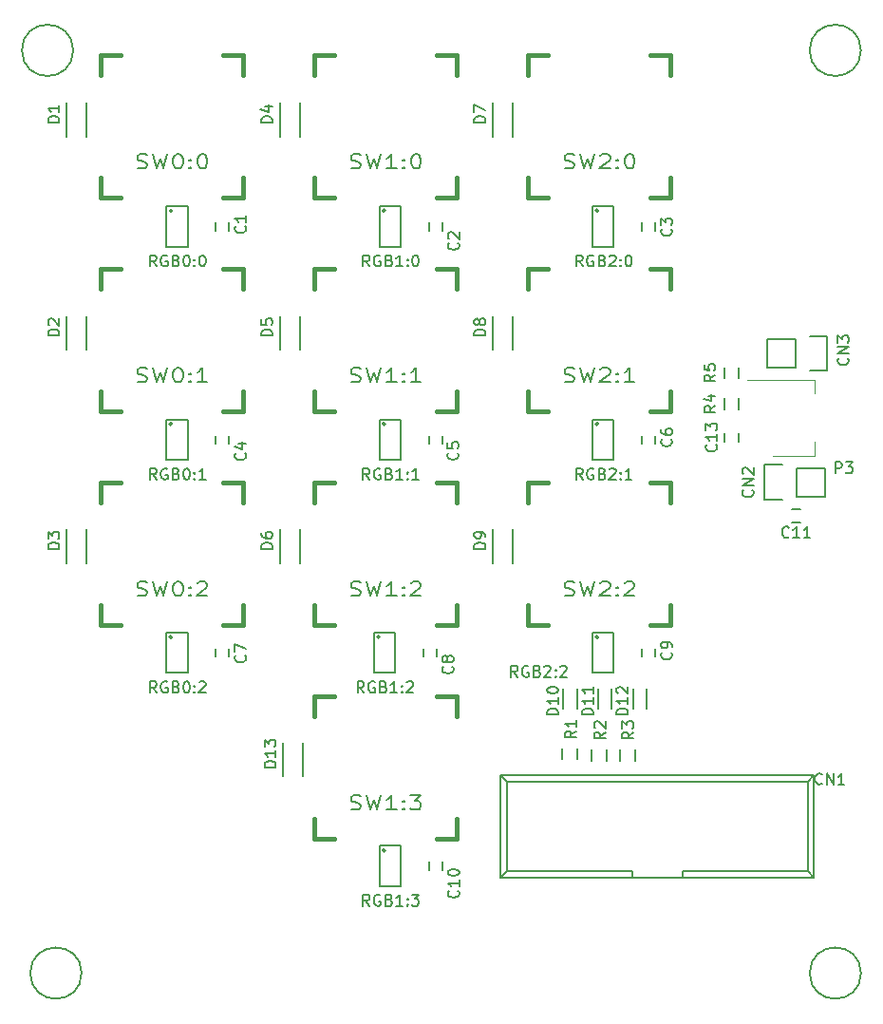
<source format=gbr>
G04 #@! TF.FileFunction,Legend,Top*
%FSLAX46Y46*%
G04 Gerber Fmt 4.6, Leading zero omitted, Abs format (unit mm)*
G04 Created by KiCad (PCBNEW 4.0.5-e0-6337~49~ubuntu16.04.1) date Thu Dec 29 17:38:52 2016*
%MOMM*%
%LPD*%
G01*
G04 APERTURE LIST*
%ADD10C,0.100000*%
%ADD11C,0.150000*%
%ADD12C,0.120000*%
%ADD13C,0.381000*%
%ADD14C,0.203200*%
G04 APERTURE END LIST*
D10*
D11*
X160100000Y-114720000D02*
X188040000Y-114720000D01*
X160640000Y-115270000D02*
X187480000Y-115270000D01*
X160100000Y-123820000D02*
X188040000Y-123820000D01*
X160640000Y-123270000D02*
X171820000Y-123270000D01*
X176320000Y-123270000D02*
X187480000Y-123270000D01*
X171820000Y-123270000D02*
X171820000Y-123820000D01*
X176320000Y-123270000D02*
X176320000Y-123820000D01*
X160100000Y-114720000D02*
X160100000Y-123820000D01*
X160640000Y-115270000D02*
X160640000Y-123270000D01*
X188040000Y-114720000D02*
X188040000Y-123820000D01*
X187480000Y-115270000D02*
X187480000Y-123270000D01*
X160100000Y-114720000D02*
X160640000Y-115270000D01*
X188040000Y-114720000D02*
X187480000Y-115270000D01*
X160100000Y-123820000D02*
X160640000Y-123270000D01*
X188040000Y-123820000D02*
X187480000Y-123270000D01*
X134700000Y-66150000D02*
X134700000Y-65450000D01*
X135900000Y-65450000D02*
X135900000Y-66150000D01*
X153700000Y-66150000D02*
X153700000Y-65450000D01*
X154900000Y-65450000D02*
X154900000Y-66150000D01*
X172700000Y-66150000D02*
X172700000Y-65450000D01*
X173900000Y-65450000D02*
X173900000Y-66150000D01*
X134700000Y-85150000D02*
X134700000Y-84450000D01*
X135900000Y-84450000D02*
X135900000Y-85150000D01*
X153700000Y-85150000D02*
X153700000Y-84450000D01*
X154900000Y-84450000D02*
X154900000Y-85150000D01*
X172700000Y-85150000D02*
X172700000Y-84450000D01*
X173900000Y-84450000D02*
X173900000Y-85150000D01*
X134700000Y-104150000D02*
X134700000Y-103450000D01*
X135900000Y-103450000D02*
X135900000Y-104150000D01*
X153200000Y-104150000D02*
X153200000Y-103450000D01*
X154400000Y-103450000D02*
X154400000Y-104150000D01*
X172700000Y-104150000D02*
X172700000Y-103450000D01*
X173900000Y-103450000D02*
X173900000Y-104150000D01*
X123200000Y-57800000D02*
X123200000Y-54800000D01*
X121400000Y-57800000D02*
X121400000Y-54800000D01*
X123200000Y-76800000D02*
X123200000Y-73800000D01*
X121400000Y-76800000D02*
X121400000Y-73800000D01*
X123200000Y-95800000D02*
X123200000Y-92800000D01*
X121400000Y-95800000D02*
X121400000Y-92800000D01*
X142200000Y-57800000D02*
X142200000Y-54800000D01*
X140400000Y-57800000D02*
X140400000Y-54800000D01*
X142200000Y-76800000D02*
X142200000Y-73800000D01*
X140400000Y-76800000D02*
X140400000Y-73800000D01*
X142200000Y-95800000D02*
X142200000Y-92800000D01*
X140400000Y-95800000D02*
X140400000Y-92800000D01*
X161200000Y-57800000D02*
X161200000Y-54800000D01*
X159400000Y-57800000D02*
X159400000Y-54800000D01*
X161200000Y-76800000D02*
X161200000Y-73800000D01*
X159400000Y-76800000D02*
X159400000Y-73800000D01*
X161200000Y-95800000D02*
X161200000Y-92800000D01*
X159400000Y-95800000D02*
X159400000Y-92800000D01*
X165700000Y-107000000D02*
X165700000Y-108800000D01*
X166900000Y-107000000D02*
X166900000Y-108800000D01*
X168800000Y-107000000D02*
X168800000Y-108800000D01*
X170000000Y-107000000D02*
X170000000Y-108800000D01*
X171900000Y-107000000D02*
X171900000Y-108800000D01*
X173100000Y-107000000D02*
X173100000Y-108800000D01*
X166975000Y-112300000D02*
X166975000Y-113300000D01*
X165625000Y-113300000D02*
X165625000Y-112300000D01*
X169575000Y-112400000D02*
X169575000Y-113400000D01*
X168225000Y-113400000D02*
X168225000Y-112400000D01*
X172075000Y-112400000D02*
X172075000Y-113400000D01*
X170725000Y-113400000D02*
X170725000Y-112400000D01*
X153700000Y-123150000D02*
X153700000Y-122450000D01*
X154900000Y-122450000D02*
X154900000Y-123150000D01*
X130841421Y-64400000D02*
G75*
G03X130841421Y-64400000I-141421J0D01*
G01*
X130300000Y-67600000D02*
X132200000Y-67600000D01*
X130300000Y-64000000D02*
X132200000Y-64000000D01*
X132200000Y-65800000D02*
X132200000Y-64000000D01*
X130300000Y-64000000D02*
X130300000Y-67600000D01*
X132200000Y-67600000D02*
X132200000Y-65800000D01*
X130841421Y-83400000D02*
G75*
G03X130841421Y-83400000I-141421J0D01*
G01*
X130300000Y-86600000D02*
X132200000Y-86600000D01*
X130300000Y-83000000D02*
X132200000Y-83000000D01*
X132200000Y-84800000D02*
X132200000Y-83000000D01*
X130300000Y-83000000D02*
X130300000Y-86600000D01*
X132200000Y-86600000D02*
X132200000Y-84800000D01*
X130841421Y-102400000D02*
G75*
G03X130841421Y-102400000I-141421J0D01*
G01*
X130300000Y-105600000D02*
X132200000Y-105600000D01*
X130300000Y-102000000D02*
X132200000Y-102000000D01*
X132200000Y-103800000D02*
X132200000Y-102000000D01*
X130300000Y-102000000D02*
X130300000Y-105600000D01*
X132200000Y-105600000D02*
X132200000Y-103800000D01*
X149841421Y-64400000D02*
G75*
G03X149841421Y-64400000I-141421J0D01*
G01*
X149300000Y-67600000D02*
X151200000Y-67600000D01*
X149300000Y-64000000D02*
X151200000Y-64000000D01*
X151200000Y-65800000D02*
X151200000Y-64000000D01*
X149300000Y-64000000D02*
X149300000Y-67600000D01*
X151200000Y-67600000D02*
X151200000Y-65800000D01*
X149841421Y-83400000D02*
G75*
G03X149841421Y-83400000I-141421J0D01*
G01*
X149300000Y-86600000D02*
X151200000Y-86600000D01*
X149300000Y-83000000D02*
X151200000Y-83000000D01*
X151200000Y-84800000D02*
X151200000Y-83000000D01*
X149300000Y-83000000D02*
X149300000Y-86600000D01*
X151200000Y-86600000D02*
X151200000Y-84800000D01*
X149341421Y-102400000D02*
G75*
G03X149341421Y-102400000I-141421J0D01*
G01*
X148800000Y-105600000D02*
X150700000Y-105600000D01*
X148800000Y-102000000D02*
X150700000Y-102000000D01*
X150700000Y-103800000D02*
X150700000Y-102000000D01*
X148800000Y-102000000D02*
X148800000Y-105600000D01*
X150700000Y-105600000D02*
X150700000Y-103800000D01*
X149841421Y-121400000D02*
G75*
G03X149841421Y-121400000I-141421J0D01*
G01*
X149300000Y-124600000D02*
X151200000Y-124600000D01*
X149300000Y-121000000D02*
X151200000Y-121000000D01*
X151200000Y-122800000D02*
X151200000Y-121000000D01*
X149300000Y-121000000D02*
X149300000Y-124600000D01*
X151200000Y-124600000D02*
X151200000Y-122800000D01*
X168841421Y-64400000D02*
G75*
G03X168841421Y-64400000I-141421J0D01*
G01*
X168300000Y-67600000D02*
X170200000Y-67600000D01*
X168300000Y-64000000D02*
X170200000Y-64000000D01*
X170200000Y-65800000D02*
X170200000Y-64000000D01*
X168300000Y-64000000D02*
X168300000Y-67600000D01*
X170200000Y-67600000D02*
X170200000Y-65800000D01*
X168841421Y-83400000D02*
G75*
G03X168841421Y-83400000I-141421J0D01*
G01*
X168300000Y-86600000D02*
X170200000Y-86600000D01*
X168300000Y-83000000D02*
X170200000Y-83000000D01*
X170200000Y-84800000D02*
X170200000Y-83000000D01*
X168300000Y-83000000D02*
X168300000Y-86600000D01*
X170200000Y-86600000D02*
X170200000Y-84800000D01*
X168841421Y-102400000D02*
G75*
G03X168841421Y-102400000I-141421J0D01*
G01*
X168300000Y-105600000D02*
X170200000Y-105600000D01*
X168300000Y-102000000D02*
X170200000Y-102000000D01*
X170200000Y-103800000D02*
X170200000Y-102000000D01*
X168300000Y-102000000D02*
X168300000Y-105600000D01*
X170200000Y-105600000D02*
X170200000Y-103800000D01*
X142500000Y-114800000D02*
X142500000Y-111800000D01*
X140700000Y-114800000D02*
X140700000Y-111800000D01*
X192236000Y-50100000D02*
G75*
G03X192236000Y-50100000I-2286000J0D01*
G01*
X122736000Y-132350000D02*
G75*
G03X122736000Y-132350000I-2286000J0D01*
G01*
X192236000Y-132350000D02*
G75*
G03X192236000Y-132350000I-2286000J0D01*
G01*
X121986000Y-50100000D02*
G75*
G03X121986000Y-50100000I-2286000J0D01*
G01*
X186800000Y-92200000D02*
X186100000Y-92200000D01*
X186100000Y-91000000D02*
X186800000Y-91000000D01*
X181300000Y-84250000D02*
X181300000Y-84950000D01*
X180100000Y-84950000D02*
X180100000Y-84250000D01*
X186470000Y-87330000D02*
X189010000Y-87330000D01*
X183650000Y-87050000D02*
X185200000Y-87050000D01*
X186470000Y-87330000D02*
X186470000Y-89870000D01*
X185200000Y-90150000D02*
X183650000Y-90150000D01*
X183650000Y-90150000D02*
X183650000Y-87050000D01*
X186470000Y-89870000D02*
X189010000Y-89870000D01*
X189010000Y-89870000D02*
X189010000Y-87330000D01*
D12*
X188110000Y-86260000D02*
X188110000Y-85000000D01*
X188110000Y-79440000D02*
X188110000Y-80700000D01*
X184350000Y-86260000D02*
X188110000Y-86260000D01*
X182100000Y-79440000D02*
X188110000Y-79440000D01*
D11*
X186430000Y-78370000D02*
X183890000Y-78370000D01*
X189250000Y-78650000D02*
X187700000Y-78650000D01*
X186430000Y-78370000D02*
X186430000Y-75830000D01*
X187700000Y-75550000D02*
X189250000Y-75550000D01*
X189250000Y-75550000D02*
X189250000Y-78650000D01*
X186430000Y-75830000D02*
X183890000Y-75830000D01*
X183890000Y-75830000D02*
X183890000Y-78370000D01*
X181375000Y-81100000D02*
X181375000Y-82100000D01*
X180025000Y-82100000D02*
X180025000Y-81100000D01*
X181375000Y-78350000D02*
X181375000Y-79350000D01*
X180025000Y-79350000D02*
X180025000Y-78350000D01*
D13*
X162580000Y-50520000D02*
X164358000Y-50520000D01*
X173502000Y-50520000D02*
X175280000Y-50520000D01*
X175280000Y-50520000D02*
X175280000Y-52298000D01*
X175280000Y-61442000D02*
X175280000Y-63220000D01*
X175280000Y-63220000D02*
X173502000Y-63220000D01*
X164358000Y-63220000D02*
X162580000Y-63220000D01*
X162580000Y-63220000D02*
X162580000Y-61442000D01*
X162580000Y-52298000D02*
X162580000Y-50520000D01*
X162580000Y-88620000D02*
X164358000Y-88620000D01*
X173502000Y-88620000D02*
X175280000Y-88620000D01*
X175280000Y-88620000D02*
X175280000Y-90398000D01*
X175280000Y-99542000D02*
X175280000Y-101320000D01*
X175280000Y-101320000D02*
X173502000Y-101320000D01*
X164358000Y-101320000D02*
X162580000Y-101320000D01*
X162580000Y-101320000D02*
X162580000Y-99542000D01*
X162580000Y-90398000D02*
X162580000Y-88620000D01*
X162580000Y-69570000D02*
X164358000Y-69570000D01*
X173502000Y-69570000D02*
X175280000Y-69570000D01*
X175280000Y-69570000D02*
X175280000Y-71348000D01*
X175280000Y-80492000D02*
X175280000Y-82270000D01*
X175280000Y-82270000D02*
X173502000Y-82270000D01*
X164358000Y-82270000D02*
X162580000Y-82270000D01*
X162580000Y-82270000D02*
X162580000Y-80492000D01*
X162580000Y-71348000D02*
X162580000Y-69570000D01*
X143530000Y-107670000D02*
X145308000Y-107670000D01*
X154452000Y-107670000D02*
X156230000Y-107670000D01*
X156230000Y-107670000D02*
X156230000Y-109448000D01*
X156230000Y-118592000D02*
X156230000Y-120370000D01*
X156230000Y-120370000D02*
X154452000Y-120370000D01*
X145308000Y-120370000D02*
X143530000Y-120370000D01*
X143530000Y-120370000D02*
X143530000Y-118592000D01*
X143530000Y-109448000D02*
X143530000Y-107670000D01*
X143530000Y-88620000D02*
X145308000Y-88620000D01*
X154452000Y-88620000D02*
X156230000Y-88620000D01*
X156230000Y-88620000D02*
X156230000Y-90398000D01*
X156230000Y-99542000D02*
X156230000Y-101320000D01*
X156230000Y-101320000D02*
X154452000Y-101320000D01*
X145308000Y-101320000D02*
X143530000Y-101320000D01*
X143530000Y-101320000D02*
X143530000Y-99542000D01*
X143530000Y-90398000D02*
X143530000Y-88620000D01*
X143530000Y-69570000D02*
X145308000Y-69570000D01*
X154452000Y-69570000D02*
X156230000Y-69570000D01*
X156230000Y-69570000D02*
X156230000Y-71348000D01*
X156230000Y-80492000D02*
X156230000Y-82270000D01*
X156230000Y-82270000D02*
X154452000Y-82270000D01*
X145308000Y-82270000D02*
X143530000Y-82270000D01*
X143530000Y-82270000D02*
X143530000Y-80492000D01*
X143530000Y-71348000D02*
X143530000Y-69570000D01*
X143530000Y-50520000D02*
X145308000Y-50520000D01*
X154452000Y-50520000D02*
X156230000Y-50520000D01*
X156230000Y-50520000D02*
X156230000Y-52298000D01*
X156230000Y-61442000D02*
X156230000Y-63220000D01*
X156230000Y-63220000D02*
X154452000Y-63220000D01*
X145308000Y-63220000D02*
X143530000Y-63220000D01*
X143530000Y-63220000D02*
X143530000Y-61442000D01*
X143530000Y-52298000D02*
X143530000Y-50520000D01*
X124480000Y-88620000D02*
X126258000Y-88620000D01*
X135402000Y-88620000D02*
X137180000Y-88620000D01*
X137180000Y-88620000D02*
X137180000Y-90398000D01*
X137180000Y-99542000D02*
X137180000Y-101320000D01*
X137180000Y-101320000D02*
X135402000Y-101320000D01*
X126258000Y-101320000D02*
X124480000Y-101320000D01*
X124480000Y-101320000D02*
X124480000Y-99542000D01*
X124480000Y-90398000D02*
X124480000Y-88620000D01*
X124480000Y-50520000D02*
X126258000Y-50520000D01*
X135402000Y-50520000D02*
X137180000Y-50520000D01*
X137180000Y-50520000D02*
X137180000Y-52298000D01*
X137180000Y-61442000D02*
X137180000Y-63220000D01*
X137180000Y-63220000D02*
X135402000Y-63220000D01*
X126258000Y-63220000D02*
X124480000Y-63220000D01*
X124480000Y-63220000D02*
X124480000Y-61442000D01*
X124480000Y-52298000D02*
X124480000Y-50520000D01*
X124480000Y-69570000D02*
X126258000Y-69570000D01*
X135402000Y-69570000D02*
X137180000Y-69570000D01*
X137180000Y-69570000D02*
X137180000Y-71348000D01*
X137180000Y-80492000D02*
X137180000Y-82270000D01*
X137180000Y-82270000D02*
X135402000Y-82270000D01*
X126258000Y-82270000D02*
X124480000Y-82270000D01*
X124480000Y-82270000D02*
X124480000Y-80492000D01*
X124480000Y-71348000D02*
X124480000Y-69570000D01*
D11*
X188759524Y-115457143D02*
X188711905Y-115504762D01*
X188569048Y-115552381D01*
X188473810Y-115552381D01*
X188330952Y-115504762D01*
X188235714Y-115409524D01*
X188188095Y-115314286D01*
X188140476Y-115123810D01*
X188140476Y-114980952D01*
X188188095Y-114790476D01*
X188235714Y-114695238D01*
X188330952Y-114600000D01*
X188473810Y-114552381D01*
X188569048Y-114552381D01*
X188711905Y-114600000D01*
X188759524Y-114647619D01*
X189188095Y-115552381D02*
X189188095Y-114552381D01*
X189759524Y-115552381D01*
X189759524Y-114552381D01*
X190759524Y-115552381D02*
X190188095Y-115552381D01*
X190473809Y-115552381D02*
X190473809Y-114552381D01*
X190378571Y-114695238D01*
X190283333Y-114790476D01*
X190188095Y-114838095D01*
X137307143Y-65766666D02*
X137354762Y-65814285D01*
X137402381Y-65957142D01*
X137402381Y-66052380D01*
X137354762Y-66195238D01*
X137259524Y-66290476D01*
X137164286Y-66338095D01*
X136973810Y-66385714D01*
X136830952Y-66385714D01*
X136640476Y-66338095D01*
X136545238Y-66290476D01*
X136450000Y-66195238D01*
X136402381Y-66052380D01*
X136402381Y-65957142D01*
X136450000Y-65814285D01*
X136497619Y-65766666D01*
X137402381Y-64814285D02*
X137402381Y-65385714D01*
X137402381Y-65100000D02*
X136402381Y-65100000D01*
X136545238Y-65195238D01*
X136640476Y-65290476D01*
X136688095Y-65385714D01*
X156307143Y-67266666D02*
X156354762Y-67314285D01*
X156402381Y-67457142D01*
X156402381Y-67552380D01*
X156354762Y-67695238D01*
X156259524Y-67790476D01*
X156164286Y-67838095D01*
X155973810Y-67885714D01*
X155830952Y-67885714D01*
X155640476Y-67838095D01*
X155545238Y-67790476D01*
X155450000Y-67695238D01*
X155402381Y-67552380D01*
X155402381Y-67457142D01*
X155450000Y-67314285D01*
X155497619Y-67266666D01*
X155497619Y-66885714D02*
X155450000Y-66838095D01*
X155402381Y-66742857D01*
X155402381Y-66504761D01*
X155450000Y-66409523D01*
X155497619Y-66361904D01*
X155592857Y-66314285D01*
X155688095Y-66314285D01*
X155830952Y-66361904D01*
X156402381Y-66933333D01*
X156402381Y-66314285D01*
X175307143Y-66016666D02*
X175354762Y-66064285D01*
X175402381Y-66207142D01*
X175402381Y-66302380D01*
X175354762Y-66445238D01*
X175259524Y-66540476D01*
X175164286Y-66588095D01*
X174973810Y-66635714D01*
X174830952Y-66635714D01*
X174640476Y-66588095D01*
X174545238Y-66540476D01*
X174450000Y-66445238D01*
X174402381Y-66302380D01*
X174402381Y-66207142D01*
X174450000Y-66064285D01*
X174497619Y-66016666D01*
X174402381Y-65683333D02*
X174402381Y-65064285D01*
X174783333Y-65397619D01*
X174783333Y-65254761D01*
X174830952Y-65159523D01*
X174878571Y-65111904D01*
X174973810Y-65064285D01*
X175211905Y-65064285D01*
X175307143Y-65111904D01*
X175354762Y-65159523D01*
X175402381Y-65254761D01*
X175402381Y-65540476D01*
X175354762Y-65635714D01*
X175307143Y-65683333D01*
X137307143Y-86016666D02*
X137354762Y-86064285D01*
X137402381Y-86207142D01*
X137402381Y-86302380D01*
X137354762Y-86445238D01*
X137259524Y-86540476D01*
X137164286Y-86588095D01*
X136973810Y-86635714D01*
X136830952Y-86635714D01*
X136640476Y-86588095D01*
X136545238Y-86540476D01*
X136450000Y-86445238D01*
X136402381Y-86302380D01*
X136402381Y-86207142D01*
X136450000Y-86064285D01*
X136497619Y-86016666D01*
X136735714Y-85159523D02*
X137402381Y-85159523D01*
X136354762Y-85397619D02*
X137069048Y-85635714D01*
X137069048Y-85016666D01*
X156257143Y-85966666D02*
X156304762Y-86014285D01*
X156352381Y-86157142D01*
X156352381Y-86252380D01*
X156304762Y-86395238D01*
X156209524Y-86490476D01*
X156114286Y-86538095D01*
X155923810Y-86585714D01*
X155780952Y-86585714D01*
X155590476Y-86538095D01*
X155495238Y-86490476D01*
X155400000Y-86395238D01*
X155352381Y-86252380D01*
X155352381Y-86157142D01*
X155400000Y-86014285D01*
X155447619Y-85966666D01*
X155352381Y-85061904D02*
X155352381Y-85538095D01*
X155828571Y-85585714D01*
X155780952Y-85538095D01*
X155733333Y-85442857D01*
X155733333Y-85204761D01*
X155780952Y-85109523D01*
X155828571Y-85061904D01*
X155923810Y-85014285D01*
X156161905Y-85014285D01*
X156257143Y-85061904D01*
X156304762Y-85109523D01*
X156352381Y-85204761D01*
X156352381Y-85442857D01*
X156304762Y-85538095D01*
X156257143Y-85585714D01*
X175307143Y-84766666D02*
X175354762Y-84814285D01*
X175402381Y-84957142D01*
X175402381Y-85052380D01*
X175354762Y-85195238D01*
X175259524Y-85290476D01*
X175164286Y-85338095D01*
X174973810Y-85385714D01*
X174830952Y-85385714D01*
X174640476Y-85338095D01*
X174545238Y-85290476D01*
X174450000Y-85195238D01*
X174402381Y-85052380D01*
X174402381Y-84957142D01*
X174450000Y-84814285D01*
X174497619Y-84766666D01*
X174402381Y-83909523D02*
X174402381Y-84100000D01*
X174450000Y-84195238D01*
X174497619Y-84242857D01*
X174640476Y-84338095D01*
X174830952Y-84385714D01*
X175211905Y-84385714D01*
X175307143Y-84338095D01*
X175354762Y-84290476D01*
X175402381Y-84195238D01*
X175402381Y-84004761D01*
X175354762Y-83909523D01*
X175307143Y-83861904D01*
X175211905Y-83814285D01*
X174973810Y-83814285D01*
X174878571Y-83861904D01*
X174830952Y-83909523D01*
X174783333Y-84004761D01*
X174783333Y-84195238D01*
X174830952Y-84290476D01*
X174878571Y-84338095D01*
X174973810Y-84385714D01*
X137307143Y-104016666D02*
X137354762Y-104064285D01*
X137402381Y-104207142D01*
X137402381Y-104302380D01*
X137354762Y-104445238D01*
X137259524Y-104540476D01*
X137164286Y-104588095D01*
X136973810Y-104635714D01*
X136830952Y-104635714D01*
X136640476Y-104588095D01*
X136545238Y-104540476D01*
X136450000Y-104445238D01*
X136402381Y-104302380D01*
X136402381Y-104207142D01*
X136450000Y-104064285D01*
X136497619Y-104016666D01*
X136402381Y-103683333D02*
X136402381Y-103016666D01*
X137402381Y-103445238D01*
X155807143Y-105016666D02*
X155854762Y-105064285D01*
X155902381Y-105207142D01*
X155902381Y-105302380D01*
X155854762Y-105445238D01*
X155759524Y-105540476D01*
X155664286Y-105588095D01*
X155473810Y-105635714D01*
X155330952Y-105635714D01*
X155140476Y-105588095D01*
X155045238Y-105540476D01*
X154950000Y-105445238D01*
X154902381Y-105302380D01*
X154902381Y-105207142D01*
X154950000Y-105064285D01*
X154997619Y-105016666D01*
X155330952Y-104445238D02*
X155283333Y-104540476D01*
X155235714Y-104588095D01*
X155140476Y-104635714D01*
X155092857Y-104635714D01*
X154997619Y-104588095D01*
X154950000Y-104540476D01*
X154902381Y-104445238D01*
X154902381Y-104254761D01*
X154950000Y-104159523D01*
X154997619Y-104111904D01*
X155092857Y-104064285D01*
X155140476Y-104064285D01*
X155235714Y-104111904D01*
X155283333Y-104159523D01*
X155330952Y-104254761D01*
X155330952Y-104445238D01*
X155378571Y-104540476D01*
X155426190Y-104588095D01*
X155521429Y-104635714D01*
X155711905Y-104635714D01*
X155807143Y-104588095D01*
X155854762Y-104540476D01*
X155902381Y-104445238D01*
X155902381Y-104254761D01*
X155854762Y-104159523D01*
X155807143Y-104111904D01*
X155711905Y-104064285D01*
X155521429Y-104064285D01*
X155426190Y-104111904D01*
X155378571Y-104159523D01*
X155330952Y-104254761D01*
X175307143Y-103766666D02*
X175354762Y-103814285D01*
X175402381Y-103957142D01*
X175402381Y-104052380D01*
X175354762Y-104195238D01*
X175259524Y-104290476D01*
X175164286Y-104338095D01*
X174973810Y-104385714D01*
X174830952Y-104385714D01*
X174640476Y-104338095D01*
X174545238Y-104290476D01*
X174450000Y-104195238D01*
X174402381Y-104052380D01*
X174402381Y-103957142D01*
X174450000Y-103814285D01*
X174497619Y-103766666D01*
X175402381Y-103290476D02*
X175402381Y-103100000D01*
X175354762Y-103004761D01*
X175307143Y-102957142D01*
X175164286Y-102861904D01*
X174973810Y-102814285D01*
X174592857Y-102814285D01*
X174497619Y-102861904D01*
X174450000Y-102909523D01*
X174402381Y-103004761D01*
X174402381Y-103195238D01*
X174450000Y-103290476D01*
X174497619Y-103338095D01*
X174592857Y-103385714D01*
X174830952Y-103385714D01*
X174926190Y-103338095D01*
X174973810Y-103290476D01*
X175021429Y-103195238D01*
X175021429Y-103004761D01*
X174973810Y-102909523D01*
X174926190Y-102861904D01*
X174830952Y-102814285D01*
X120752381Y-56538095D02*
X119752381Y-56538095D01*
X119752381Y-56300000D01*
X119800000Y-56157142D01*
X119895238Y-56061904D01*
X119990476Y-56014285D01*
X120180952Y-55966666D01*
X120323810Y-55966666D01*
X120514286Y-56014285D01*
X120609524Y-56061904D01*
X120704762Y-56157142D01*
X120752381Y-56300000D01*
X120752381Y-56538095D01*
X120752381Y-55014285D02*
X120752381Y-55585714D01*
X120752381Y-55300000D02*
X119752381Y-55300000D01*
X119895238Y-55395238D01*
X119990476Y-55490476D01*
X120038095Y-55585714D01*
X120752381Y-75538095D02*
X119752381Y-75538095D01*
X119752381Y-75300000D01*
X119800000Y-75157142D01*
X119895238Y-75061904D01*
X119990476Y-75014285D01*
X120180952Y-74966666D01*
X120323810Y-74966666D01*
X120514286Y-75014285D01*
X120609524Y-75061904D01*
X120704762Y-75157142D01*
X120752381Y-75300000D01*
X120752381Y-75538095D01*
X119847619Y-74585714D02*
X119800000Y-74538095D01*
X119752381Y-74442857D01*
X119752381Y-74204761D01*
X119800000Y-74109523D01*
X119847619Y-74061904D01*
X119942857Y-74014285D01*
X120038095Y-74014285D01*
X120180952Y-74061904D01*
X120752381Y-74633333D01*
X120752381Y-74014285D01*
X120752381Y-94538095D02*
X119752381Y-94538095D01*
X119752381Y-94300000D01*
X119800000Y-94157142D01*
X119895238Y-94061904D01*
X119990476Y-94014285D01*
X120180952Y-93966666D01*
X120323810Y-93966666D01*
X120514286Y-94014285D01*
X120609524Y-94061904D01*
X120704762Y-94157142D01*
X120752381Y-94300000D01*
X120752381Y-94538095D01*
X119752381Y-93633333D02*
X119752381Y-93014285D01*
X120133333Y-93347619D01*
X120133333Y-93204761D01*
X120180952Y-93109523D01*
X120228571Y-93061904D01*
X120323810Y-93014285D01*
X120561905Y-93014285D01*
X120657143Y-93061904D01*
X120704762Y-93109523D01*
X120752381Y-93204761D01*
X120752381Y-93490476D01*
X120704762Y-93585714D01*
X120657143Y-93633333D01*
X139752381Y-56538095D02*
X138752381Y-56538095D01*
X138752381Y-56300000D01*
X138800000Y-56157142D01*
X138895238Y-56061904D01*
X138990476Y-56014285D01*
X139180952Y-55966666D01*
X139323810Y-55966666D01*
X139514286Y-56014285D01*
X139609524Y-56061904D01*
X139704762Y-56157142D01*
X139752381Y-56300000D01*
X139752381Y-56538095D01*
X139085714Y-55109523D02*
X139752381Y-55109523D01*
X138704762Y-55347619D02*
X139419048Y-55585714D01*
X139419048Y-54966666D01*
X139752381Y-75538095D02*
X138752381Y-75538095D01*
X138752381Y-75300000D01*
X138800000Y-75157142D01*
X138895238Y-75061904D01*
X138990476Y-75014285D01*
X139180952Y-74966666D01*
X139323810Y-74966666D01*
X139514286Y-75014285D01*
X139609524Y-75061904D01*
X139704762Y-75157142D01*
X139752381Y-75300000D01*
X139752381Y-75538095D01*
X138752381Y-74061904D02*
X138752381Y-74538095D01*
X139228571Y-74585714D01*
X139180952Y-74538095D01*
X139133333Y-74442857D01*
X139133333Y-74204761D01*
X139180952Y-74109523D01*
X139228571Y-74061904D01*
X139323810Y-74014285D01*
X139561905Y-74014285D01*
X139657143Y-74061904D01*
X139704762Y-74109523D01*
X139752381Y-74204761D01*
X139752381Y-74442857D01*
X139704762Y-74538095D01*
X139657143Y-74585714D01*
X139752381Y-94538095D02*
X138752381Y-94538095D01*
X138752381Y-94300000D01*
X138800000Y-94157142D01*
X138895238Y-94061904D01*
X138990476Y-94014285D01*
X139180952Y-93966666D01*
X139323810Y-93966666D01*
X139514286Y-94014285D01*
X139609524Y-94061904D01*
X139704762Y-94157142D01*
X139752381Y-94300000D01*
X139752381Y-94538095D01*
X138752381Y-93109523D02*
X138752381Y-93300000D01*
X138800000Y-93395238D01*
X138847619Y-93442857D01*
X138990476Y-93538095D01*
X139180952Y-93585714D01*
X139561905Y-93585714D01*
X139657143Y-93538095D01*
X139704762Y-93490476D01*
X139752381Y-93395238D01*
X139752381Y-93204761D01*
X139704762Y-93109523D01*
X139657143Y-93061904D01*
X139561905Y-93014285D01*
X139323810Y-93014285D01*
X139228571Y-93061904D01*
X139180952Y-93109523D01*
X139133333Y-93204761D01*
X139133333Y-93395238D01*
X139180952Y-93490476D01*
X139228571Y-93538095D01*
X139323810Y-93585714D01*
X158752381Y-56538095D02*
X157752381Y-56538095D01*
X157752381Y-56300000D01*
X157800000Y-56157142D01*
X157895238Y-56061904D01*
X157990476Y-56014285D01*
X158180952Y-55966666D01*
X158323810Y-55966666D01*
X158514286Y-56014285D01*
X158609524Y-56061904D01*
X158704762Y-56157142D01*
X158752381Y-56300000D01*
X158752381Y-56538095D01*
X157752381Y-55633333D02*
X157752381Y-54966666D01*
X158752381Y-55395238D01*
X158752381Y-75538095D02*
X157752381Y-75538095D01*
X157752381Y-75300000D01*
X157800000Y-75157142D01*
X157895238Y-75061904D01*
X157990476Y-75014285D01*
X158180952Y-74966666D01*
X158323810Y-74966666D01*
X158514286Y-75014285D01*
X158609524Y-75061904D01*
X158704762Y-75157142D01*
X158752381Y-75300000D01*
X158752381Y-75538095D01*
X158180952Y-74395238D02*
X158133333Y-74490476D01*
X158085714Y-74538095D01*
X157990476Y-74585714D01*
X157942857Y-74585714D01*
X157847619Y-74538095D01*
X157800000Y-74490476D01*
X157752381Y-74395238D01*
X157752381Y-74204761D01*
X157800000Y-74109523D01*
X157847619Y-74061904D01*
X157942857Y-74014285D01*
X157990476Y-74014285D01*
X158085714Y-74061904D01*
X158133333Y-74109523D01*
X158180952Y-74204761D01*
X158180952Y-74395238D01*
X158228571Y-74490476D01*
X158276190Y-74538095D01*
X158371429Y-74585714D01*
X158561905Y-74585714D01*
X158657143Y-74538095D01*
X158704762Y-74490476D01*
X158752381Y-74395238D01*
X158752381Y-74204761D01*
X158704762Y-74109523D01*
X158657143Y-74061904D01*
X158561905Y-74014285D01*
X158371429Y-74014285D01*
X158276190Y-74061904D01*
X158228571Y-74109523D01*
X158180952Y-74204761D01*
X158752381Y-94538095D02*
X157752381Y-94538095D01*
X157752381Y-94300000D01*
X157800000Y-94157142D01*
X157895238Y-94061904D01*
X157990476Y-94014285D01*
X158180952Y-93966666D01*
X158323810Y-93966666D01*
X158514286Y-94014285D01*
X158609524Y-94061904D01*
X158704762Y-94157142D01*
X158752381Y-94300000D01*
X158752381Y-94538095D01*
X158752381Y-93490476D02*
X158752381Y-93300000D01*
X158704762Y-93204761D01*
X158657143Y-93157142D01*
X158514286Y-93061904D01*
X158323810Y-93014285D01*
X157942857Y-93014285D01*
X157847619Y-93061904D01*
X157800000Y-93109523D01*
X157752381Y-93204761D01*
X157752381Y-93395238D01*
X157800000Y-93490476D01*
X157847619Y-93538095D01*
X157942857Y-93585714D01*
X158180952Y-93585714D01*
X158276190Y-93538095D01*
X158323810Y-93490476D01*
X158371429Y-93395238D01*
X158371429Y-93204761D01*
X158323810Y-93109523D01*
X158276190Y-93061904D01*
X158180952Y-93014285D01*
X165252381Y-109314286D02*
X164252381Y-109314286D01*
X164252381Y-109076191D01*
X164300000Y-108933333D01*
X164395238Y-108838095D01*
X164490476Y-108790476D01*
X164680952Y-108742857D01*
X164823810Y-108742857D01*
X165014286Y-108790476D01*
X165109524Y-108838095D01*
X165204762Y-108933333D01*
X165252381Y-109076191D01*
X165252381Y-109314286D01*
X165252381Y-107790476D02*
X165252381Y-108361905D01*
X165252381Y-108076191D02*
X164252381Y-108076191D01*
X164395238Y-108171429D01*
X164490476Y-108266667D01*
X164538095Y-108361905D01*
X164252381Y-107171429D02*
X164252381Y-107076190D01*
X164300000Y-106980952D01*
X164347619Y-106933333D01*
X164442857Y-106885714D01*
X164633333Y-106838095D01*
X164871429Y-106838095D01*
X165061905Y-106885714D01*
X165157143Y-106933333D01*
X165204762Y-106980952D01*
X165252381Y-107076190D01*
X165252381Y-107171429D01*
X165204762Y-107266667D01*
X165157143Y-107314286D01*
X165061905Y-107361905D01*
X164871429Y-107409524D01*
X164633333Y-107409524D01*
X164442857Y-107361905D01*
X164347619Y-107314286D01*
X164300000Y-107266667D01*
X164252381Y-107171429D01*
X168352381Y-109314286D02*
X167352381Y-109314286D01*
X167352381Y-109076191D01*
X167400000Y-108933333D01*
X167495238Y-108838095D01*
X167590476Y-108790476D01*
X167780952Y-108742857D01*
X167923810Y-108742857D01*
X168114286Y-108790476D01*
X168209524Y-108838095D01*
X168304762Y-108933333D01*
X168352381Y-109076191D01*
X168352381Y-109314286D01*
X168352381Y-107790476D02*
X168352381Y-108361905D01*
X168352381Y-108076191D02*
X167352381Y-108076191D01*
X167495238Y-108171429D01*
X167590476Y-108266667D01*
X167638095Y-108361905D01*
X168352381Y-106838095D02*
X168352381Y-107409524D01*
X168352381Y-107123810D02*
X167352381Y-107123810D01*
X167495238Y-107219048D01*
X167590476Y-107314286D01*
X167638095Y-107409524D01*
X171452381Y-109314286D02*
X170452381Y-109314286D01*
X170452381Y-109076191D01*
X170500000Y-108933333D01*
X170595238Y-108838095D01*
X170690476Y-108790476D01*
X170880952Y-108742857D01*
X171023810Y-108742857D01*
X171214286Y-108790476D01*
X171309524Y-108838095D01*
X171404762Y-108933333D01*
X171452381Y-109076191D01*
X171452381Y-109314286D01*
X171452381Y-107790476D02*
X171452381Y-108361905D01*
X171452381Y-108076191D02*
X170452381Y-108076191D01*
X170595238Y-108171429D01*
X170690476Y-108266667D01*
X170738095Y-108361905D01*
X170547619Y-107409524D02*
X170500000Y-107361905D01*
X170452381Y-107266667D01*
X170452381Y-107028571D01*
X170500000Y-106933333D01*
X170547619Y-106885714D01*
X170642857Y-106838095D01*
X170738095Y-106838095D01*
X170880952Y-106885714D01*
X171452381Y-107457143D01*
X171452381Y-106838095D01*
X166852381Y-110766666D02*
X166376190Y-111100000D01*
X166852381Y-111338095D02*
X165852381Y-111338095D01*
X165852381Y-110957142D01*
X165900000Y-110861904D01*
X165947619Y-110814285D01*
X166042857Y-110766666D01*
X166185714Y-110766666D01*
X166280952Y-110814285D01*
X166328571Y-110861904D01*
X166376190Y-110957142D01*
X166376190Y-111338095D01*
X166852381Y-109814285D02*
X166852381Y-110385714D01*
X166852381Y-110100000D02*
X165852381Y-110100000D01*
X165995238Y-110195238D01*
X166090476Y-110290476D01*
X166138095Y-110385714D01*
X169452381Y-110866666D02*
X168976190Y-111200000D01*
X169452381Y-111438095D02*
X168452381Y-111438095D01*
X168452381Y-111057142D01*
X168500000Y-110961904D01*
X168547619Y-110914285D01*
X168642857Y-110866666D01*
X168785714Y-110866666D01*
X168880952Y-110914285D01*
X168928571Y-110961904D01*
X168976190Y-111057142D01*
X168976190Y-111438095D01*
X168547619Y-110485714D02*
X168500000Y-110438095D01*
X168452381Y-110342857D01*
X168452381Y-110104761D01*
X168500000Y-110009523D01*
X168547619Y-109961904D01*
X168642857Y-109914285D01*
X168738095Y-109914285D01*
X168880952Y-109961904D01*
X169452381Y-110533333D01*
X169452381Y-109914285D01*
X171952381Y-110866666D02*
X171476190Y-111200000D01*
X171952381Y-111438095D02*
X170952381Y-111438095D01*
X170952381Y-111057142D01*
X171000000Y-110961904D01*
X171047619Y-110914285D01*
X171142857Y-110866666D01*
X171285714Y-110866666D01*
X171380952Y-110914285D01*
X171428571Y-110961904D01*
X171476190Y-111057142D01*
X171476190Y-111438095D01*
X170952381Y-110533333D02*
X170952381Y-109914285D01*
X171333333Y-110247619D01*
X171333333Y-110104761D01*
X171380952Y-110009523D01*
X171428571Y-109961904D01*
X171523810Y-109914285D01*
X171761905Y-109914285D01*
X171857143Y-109961904D01*
X171904762Y-110009523D01*
X171952381Y-110104761D01*
X171952381Y-110390476D01*
X171904762Y-110485714D01*
X171857143Y-110533333D01*
X156307143Y-124992857D02*
X156354762Y-125040476D01*
X156402381Y-125183333D01*
X156402381Y-125278571D01*
X156354762Y-125421429D01*
X156259524Y-125516667D01*
X156164286Y-125564286D01*
X155973810Y-125611905D01*
X155830952Y-125611905D01*
X155640476Y-125564286D01*
X155545238Y-125516667D01*
X155450000Y-125421429D01*
X155402381Y-125278571D01*
X155402381Y-125183333D01*
X155450000Y-125040476D01*
X155497619Y-124992857D01*
X156402381Y-124040476D02*
X156402381Y-124611905D01*
X156402381Y-124326191D02*
X155402381Y-124326191D01*
X155545238Y-124421429D01*
X155640476Y-124516667D01*
X155688095Y-124611905D01*
X155402381Y-123421429D02*
X155402381Y-123326190D01*
X155450000Y-123230952D01*
X155497619Y-123183333D01*
X155592857Y-123135714D01*
X155783333Y-123088095D01*
X156021429Y-123088095D01*
X156211905Y-123135714D01*
X156307143Y-123183333D01*
X156354762Y-123230952D01*
X156402381Y-123326190D01*
X156402381Y-123421429D01*
X156354762Y-123516667D01*
X156307143Y-123564286D01*
X156211905Y-123611905D01*
X156021429Y-123659524D01*
X155783333Y-123659524D01*
X155592857Y-123611905D01*
X155497619Y-123564286D01*
X155450000Y-123516667D01*
X155402381Y-123421429D01*
X129419048Y-69352381D02*
X129085714Y-68876190D01*
X128847619Y-69352381D02*
X128847619Y-68352381D01*
X129228572Y-68352381D01*
X129323810Y-68400000D01*
X129371429Y-68447619D01*
X129419048Y-68542857D01*
X129419048Y-68685714D01*
X129371429Y-68780952D01*
X129323810Y-68828571D01*
X129228572Y-68876190D01*
X128847619Y-68876190D01*
X130371429Y-68400000D02*
X130276191Y-68352381D01*
X130133334Y-68352381D01*
X129990476Y-68400000D01*
X129895238Y-68495238D01*
X129847619Y-68590476D01*
X129800000Y-68780952D01*
X129800000Y-68923810D01*
X129847619Y-69114286D01*
X129895238Y-69209524D01*
X129990476Y-69304762D01*
X130133334Y-69352381D01*
X130228572Y-69352381D01*
X130371429Y-69304762D01*
X130419048Y-69257143D01*
X130419048Y-68923810D01*
X130228572Y-68923810D01*
X131180953Y-68828571D02*
X131323810Y-68876190D01*
X131371429Y-68923810D01*
X131419048Y-69019048D01*
X131419048Y-69161905D01*
X131371429Y-69257143D01*
X131323810Y-69304762D01*
X131228572Y-69352381D01*
X130847619Y-69352381D01*
X130847619Y-68352381D01*
X131180953Y-68352381D01*
X131276191Y-68400000D01*
X131323810Y-68447619D01*
X131371429Y-68542857D01*
X131371429Y-68638095D01*
X131323810Y-68733333D01*
X131276191Y-68780952D01*
X131180953Y-68828571D01*
X130847619Y-68828571D01*
X132038095Y-68352381D02*
X132133334Y-68352381D01*
X132228572Y-68400000D01*
X132276191Y-68447619D01*
X132323810Y-68542857D01*
X132371429Y-68733333D01*
X132371429Y-68971429D01*
X132323810Y-69161905D01*
X132276191Y-69257143D01*
X132228572Y-69304762D01*
X132133334Y-69352381D01*
X132038095Y-69352381D01*
X131942857Y-69304762D01*
X131895238Y-69257143D01*
X131847619Y-69161905D01*
X131800000Y-68971429D01*
X131800000Y-68733333D01*
X131847619Y-68542857D01*
X131895238Y-68447619D01*
X131942857Y-68400000D01*
X132038095Y-68352381D01*
X132800000Y-69257143D02*
X132847619Y-69304762D01*
X132800000Y-69352381D01*
X132752381Y-69304762D01*
X132800000Y-69257143D01*
X132800000Y-69352381D01*
X132800000Y-68733333D02*
X132847619Y-68780952D01*
X132800000Y-68828571D01*
X132752381Y-68780952D01*
X132800000Y-68733333D01*
X132800000Y-68828571D01*
X133466666Y-68352381D02*
X133561905Y-68352381D01*
X133657143Y-68400000D01*
X133704762Y-68447619D01*
X133752381Y-68542857D01*
X133800000Y-68733333D01*
X133800000Y-68971429D01*
X133752381Y-69161905D01*
X133704762Y-69257143D01*
X133657143Y-69304762D01*
X133561905Y-69352381D01*
X133466666Y-69352381D01*
X133371428Y-69304762D01*
X133323809Y-69257143D01*
X133276190Y-69161905D01*
X133228571Y-68971429D01*
X133228571Y-68733333D01*
X133276190Y-68542857D01*
X133323809Y-68447619D01*
X133371428Y-68400000D01*
X133466666Y-68352381D01*
X129419048Y-88352381D02*
X129085714Y-87876190D01*
X128847619Y-88352381D02*
X128847619Y-87352381D01*
X129228572Y-87352381D01*
X129323810Y-87400000D01*
X129371429Y-87447619D01*
X129419048Y-87542857D01*
X129419048Y-87685714D01*
X129371429Y-87780952D01*
X129323810Y-87828571D01*
X129228572Y-87876190D01*
X128847619Y-87876190D01*
X130371429Y-87400000D02*
X130276191Y-87352381D01*
X130133334Y-87352381D01*
X129990476Y-87400000D01*
X129895238Y-87495238D01*
X129847619Y-87590476D01*
X129800000Y-87780952D01*
X129800000Y-87923810D01*
X129847619Y-88114286D01*
X129895238Y-88209524D01*
X129990476Y-88304762D01*
X130133334Y-88352381D01*
X130228572Y-88352381D01*
X130371429Y-88304762D01*
X130419048Y-88257143D01*
X130419048Y-87923810D01*
X130228572Y-87923810D01*
X131180953Y-87828571D02*
X131323810Y-87876190D01*
X131371429Y-87923810D01*
X131419048Y-88019048D01*
X131419048Y-88161905D01*
X131371429Y-88257143D01*
X131323810Y-88304762D01*
X131228572Y-88352381D01*
X130847619Y-88352381D01*
X130847619Y-87352381D01*
X131180953Y-87352381D01*
X131276191Y-87400000D01*
X131323810Y-87447619D01*
X131371429Y-87542857D01*
X131371429Y-87638095D01*
X131323810Y-87733333D01*
X131276191Y-87780952D01*
X131180953Y-87828571D01*
X130847619Y-87828571D01*
X132038095Y-87352381D02*
X132133334Y-87352381D01*
X132228572Y-87400000D01*
X132276191Y-87447619D01*
X132323810Y-87542857D01*
X132371429Y-87733333D01*
X132371429Y-87971429D01*
X132323810Y-88161905D01*
X132276191Y-88257143D01*
X132228572Y-88304762D01*
X132133334Y-88352381D01*
X132038095Y-88352381D01*
X131942857Y-88304762D01*
X131895238Y-88257143D01*
X131847619Y-88161905D01*
X131800000Y-87971429D01*
X131800000Y-87733333D01*
X131847619Y-87542857D01*
X131895238Y-87447619D01*
X131942857Y-87400000D01*
X132038095Y-87352381D01*
X132800000Y-88257143D02*
X132847619Y-88304762D01*
X132800000Y-88352381D01*
X132752381Y-88304762D01*
X132800000Y-88257143D01*
X132800000Y-88352381D01*
X132800000Y-87733333D02*
X132847619Y-87780952D01*
X132800000Y-87828571D01*
X132752381Y-87780952D01*
X132800000Y-87733333D01*
X132800000Y-87828571D01*
X133800000Y-88352381D02*
X133228571Y-88352381D01*
X133514285Y-88352381D02*
X133514285Y-87352381D01*
X133419047Y-87495238D01*
X133323809Y-87590476D01*
X133228571Y-87638095D01*
X129419048Y-107352381D02*
X129085714Y-106876190D01*
X128847619Y-107352381D02*
X128847619Y-106352381D01*
X129228572Y-106352381D01*
X129323810Y-106400000D01*
X129371429Y-106447619D01*
X129419048Y-106542857D01*
X129419048Y-106685714D01*
X129371429Y-106780952D01*
X129323810Y-106828571D01*
X129228572Y-106876190D01*
X128847619Y-106876190D01*
X130371429Y-106400000D02*
X130276191Y-106352381D01*
X130133334Y-106352381D01*
X129990476Y-106400000D01*
X129895238Y-106495238D01*
X129847619Y-106590476D01*
X129800000Y-106780952D01*
X129800000Y-106923810D01*
X129847619Y-107114286D01*
X129895238Y-107209524D01*
X129990476Y-107304762D01*
X130133334Y-107352381D01*
X130228572Y-107352381D01*
X130371429Y-107304762D01*
X130419048Y-107257143D01*
X130419048Y-106923810D01*
X130228572Y-106923810D01*
X131180953Y-106828571D02*
X131323810Y-106876190D01*
X131371429Y-106923810D01*
X131419048Y-107019048D01*
X131419048Y-107161905D01*
X131371429Y-107257143D01*
X131323810Y-107304762D01*
X131228572Y-107352381D01*
X130847619Y-107352381D01*
X130847619Y-106352381D01*
X131180953Y-106352381D01*
X131276191Y-106400000D01*
X131323810Y-106447619D01*
X131371429Y-106542857D01*
X131371429Y-106638095D01*
X131323810Y-106733333D01*
X131276191Y-106780952D01*
X131180953Y-106828571D01*
X130847619Y-106828571D01*
X132038095Y-106352381D02*
X132133334Y-106352381D01*
X132228572Y-106400000D01*
X132276191Y-106447619D01*
X132323810Y-106542857D01*
X132371429Y-106733333D01*
X132371429Y-106971429D01*
X132323810Y-107161905D01*
X132276191Y-107257143D01*
X132228572Y-107304762D01*
X132133334Y-107352381D01*
X132038095Y-107352381D01*
X131942857Y-107304762D01*
X131895238Y-107257143D01*
X131847619Y-107161905D01*
X131800000Y-106971429D01*
X131800000Y-106733333D01*
X131847619Y-106542857D01*
X131895238Y-106447619D01*
X131942857Y-106400000D01*
X132038095Y-106352381D01*
X132800000Y-107257143D02*
X132847619Y-107304762D01*
X132800000Y-107352381D01*
X132752381Y-107304762D01*
X132800000Y-107257143D01*
X132800000Y-107352381D01*
X132800000Y-106733333D02*
X132847619Y-106780952D01*
X132800000Y-106828571D01*
X132752381Y-106780952D01*
X132800000Y-106733333D01*
X132800000Y-106828571D01*
X133228571Y-106447619D02*
X133276190Y-106400000D01*
X133371428Y-106352381D01*
X133609524Y-106352381D01*
X133704762Y-106400000D01*
X133752381Y-106447619D01*
X133800000Y-106542857D01*
X133800000Y-106638095D01*
X133752381Y-106780952D01*
X133180952Y-107352381D01*
X133800000Y-107352381D01*
X148419048Y-69352381D02*
X148085714Y-68876190D01*
X147847619Y-69352381D02*
X147847619Y-68352381D01*
X148228572Y-68352381D01*
X148323810Y-68400000D01*
X148371429Y-68447619D01*
X148419048Y-68542857D01*
X148419048Y-68685714D01*
X148371429Y-68780952D01*
X148323810Y-68828571D01*
X148228572Y-68876190D01*
X147847619Y-68876190D01*
X149371429Y-68400000D02*
X149276191Y-68352381D01*
X149133334Y-68352381D01*
X148990476Y-68400000D01*
X148895238Y-68495238D01*
X148847619Y-68590476D01*
X148800000Y-68780952D01*
X148800000Y-68923810D01*
X148847619Y-69114286D01*
X148895238Y-69209524D01*
X148990476Y-69304762D01*
X149133334Y-69352381D01*
X149228572Y-69352381D01*
X149371429Y-69304762D01*
X149419048Y-69257143D01*
X149419048Y-68923810D01*
X149228572Y-68923810D01*
X150180953Y-68828571D02*
X150323810Y-68876190D01*
X150371429Y-68923810D01*
X150419048Y-69019048D01*
X150419048Y-69161905D01*
X150371429Y-69257143D01*
X150323810Y-69304762D01*
X150228572Y-69352381D01*
X149847619Y-69352381D01*
X149847619Y-68352381D01*
X150180953Y-68352381D01*
X150276191Y-68400000D01*
X150323810Y-68447619D01*
X150371429Y-68542857D01*
X150371429Y-68638095D01*
X150323810Y-68733333D01*
X150276191Y-68780952D01*
X150180953Y-68828571D01*
X149847619Y-68828571D01*
X151371429Y-69352381D02*
X150800000Y-69352381D01*
X151085714Y-69352381D02*
X151085714Y-68352381D01*
X150990476Y-68495238D01*
X150895238Y-68590476D01*
X150800000Y-68638095D01*
X151800000Y-69257143D02*
X151847619Y-69304762D01*
X151800000Y-69352381D01*
X151752381Y-69304762D01*
X151800000Y-69257143D01*
X151800000Y-69352381D01*
X151800000Y-68733333D02*
X151847619Y-68780952D01*
X151800000Y-68828571D01*
X151752381Y-68780952D01*
X151800000Y-68733333D01*
X151800000Y-68828571D01*
X152466666Y-68352381D02*
X152561905Y-68352381D01*
X152657143Y-68400000D01*
X152704762Y-68447619D01*
X152752381Y-68542857D01*
X152800000Y-68733333D01*
X152800000Y-68971429D01*
X152752381Y-69161905D01*
X152704762Y-69257143D01*
X152657143Y-69304762D01*
X152561905Y-69352381D01*
X152466666Y-69352381D01*
X152371428Y-69304762D01*
X152323809Y-69257143D01*
X152276190Y-69161905D01*
X152228571Y-68971429D01*
X152228571Y-68733333D01*
X152276190Y-68542857D01*
X152323809Y-68447619D01*
X152371428Y-68400000D01*
X152466666Y-68352381D01*
X148419048Y-88352381D02*
X148085714Y-87876190D01*
X147847619Y-88352381D02*
X147847619Y-87352381D01*
X148228572Y-87352381D01*
X148323810Y-87400000D01*
X148371429Y-87447619D01*
X148419048Y-87542857D01*
X148419048Y-87685714D01*
X148371429Y-87780952D01*
X148323810Y-87828571D01*
X148228572Y-87876190D01*
X147847619Y-87876190D01*
X149371429Y-87400000D02*
X149276191Y-87352381D01*
X149133334Y-87352381D01*
X148990476Y-87400000D01*
X148895238Y-87495238D01*
X148847619Y-87590476D01*
X148800000Y-87780952D01*
X148800000Y-87923810D01*
X148847619Y-88114286D01*
X148895238Y-88209524D01*
X148990476Y-88304762D01*
X149133334Y-88352381D01*
X149228572Y-88352381D01*
X149371429Y-88304762D01*
X149419048Y-88257143D01*
X149419048Y-87923810D01*
X149228572Y-87923810D01*
X150180953Y-87828571D02*
X150323810Y-87876190D01*
X150371429Y-87923810D01*
X150419048Y-88019048D01*
X150419048Y-88161905D01*
X150371429Y-88257143D01*
X150323810Y-88304762D01*
X150228572Y-88352381D01*
X149847619Y-88352381D01*
X149847619Y-87352381D01*
X150180953Y-87352381D01*
X150276191Y-87400000D01*
X150323810Y-87447619D01*
X150371429Y-87542857D01*
X150371429Y-87638095D01*
X150323810Y-87733333D01*
X150276191Y-87780952D01*
X150180953Y-87828571D01*
X149847619Y-87828571D01*
X151371429Y-88352381D02*
X150800000Y-88352381D01*
X151085714Y-88352381D02*
X151085714Y-87352381D01*
X150990476Y-87495238D01*
X150895238Y-87590476D01*
X150800000Y-87638095D01*
X151800000Y-88257143D02*
X151847619Y-88304762D01*
X151800000Y-88352381D01*
X151752381Y-88304762D01*
X151800000Y-88257143D01*
X151800000Y-88352381D01*
X151800000Y-87733333D02*
X151847619Y-87780952D01*
X151800000Y-87828571D01*
X151752381Y-87780952D01*
X151800000Y-87733333D01*
X151800000Y-87828571D01*
X152800000Y-88352381D02*
X152228571Y-88352381D01*
X152514285Y-88352381D02*
X152514285Y-87352381D01*
X152419047Y-87495238D01*
X152323809Y-87590476D01*
X152228571Y-87638095D01*
X147919048Y-107352381D02*
X147585714Y-106876190D01*
X147347619Y-107352381D02*
X147347619Y-106352381D01*
X147728572Y-106352381D01*
X147823810Y-106400000D01*
X147871429Y-106447619D01*
X147919048Y-106542857D01*
X147919048Y-106685714D01*
X147871429Y-106780952D01*
X147823810Y-106828571D01*
X147728572Y-106876190D01*
X147347619Y-106876190D01*
X148871429Y-106400000D02*
X148776191Y-106352381D01*
X148633334Y-106352381D01*
X148490476Y-106400000D01*
X148395238Y-106495238D01*
X148347619Y-106590476D01*
X148300000Y-106780952D01*
X148300000Y-106923810D01*
X148347619Y-107114286D01*
X148395238Y-107209524D01*
X148490476Y-107304762D01*
X148633334Y-107352381D01*
X148728572Y-107352381D01*
X148871429Y-107304762D01*
X148919048Y-107257143D01*
X148919048Y-106923810D01*
X148728572Y-106923810D01*
X149680953Y-106828571D02*
X149823810Y-106876190D01*
X149871429Y-106923810D01*
X149919048Y-107019048D01*
X149919048Y-107161905D01*
X149871429Y-107257143D01*
X149823810Y-107304762D01*
X149728572Y-107352381D01*
X149347619Y-107352381D01*
X149347619Y-106352381D01*
X149680953Y-106352381D01*
X149776191Y-106400000D01*
X149823810Y-106447619D01*
X149871429Y-106542857D01*
X149871429Y-106638095D01*
X149823810Y-106733333D01*
X149776191Y-106780952D01*
X149680953Y-106828571D01*
X149347619Y-106828571D01*
X150871429Y-107352381D02*
X150300000Y-107352381D01*
X150585714Y-107352381D02*
X150585714Y-106352381D01*
X150490476Y-106495238D01*
X150395238Y-106590476D01*
X150300000Y-106638095D01*
X151300000Y-107257143D02*
X151347619Y-107304762D01*
X151300000Y-107352381D01*
X151252381Y-107304762D01*
X151300000Y-107257143D01*
X151300000Y-107352381D01*
X151300000Y-106733333D02*
X151347619Y-106780952D01*
X151300000Y-106828571D01*
X151252381Y-106780952D01*
X151300000Y-106733333D01*
X151300000Y-106828571D01*
X151728571Y-106447619D02*
X151776190Y-106400000D01*
X151871428Y-106352381D01*
X152109524Y-106352381D01*
X152204762Y-106400000D01*
X152252381Y-106447619D01*
X152300000Y-106542857D01*
X152300000Y-106638095D01*
X152252381Y-106780952D01*
X151680952Y-107352381D01*
X152300000Y-107352381D01*
X148419048Y-126352381D02*
X148085714Y-125876190D01*
X147847619Y-126352381D02*
X147847619Y-125352381D01*
X148228572Y-125352381D01*
X148323810Y-125400000D01*
X148371429Y-125447619D01*
X148419048Y-125542857D01*
X148419048Y-125685714D01*
X148371429Y-125780952D01*
X148323810Y-125828571D01*
X148228572Y-125876190D01*
X147847619Y-125876190D01*
X149371429Y-125400000D02*
X149276191Y-125352381D01*
X149133334Y-125352381D01*
X148990476Y-125400000D01*
X148895238Y-125495238D01*
X148847619Y-125590476D01*
X148800000Y-125780952D01*
X148800000Y-125923810D01*
X148847619Y-126114286D01*
X148895238Y-126209524D01*
X148990476Y-126304762D01*
X149133334Y-126352381D01*
X149228572Y-126352381D01*
X149371429Y-126304762D01*
X149419048Y-126257143D01*
X149419048Y-125923810D01*
X149228572Y-125923810D01*
X150180953Y-125828571D02*
X150323810Y-125876190D01*
X150371429Y-125923810D01*
X150419048Y-126019048D01*
X150419048Y-126161905D01*
X150371429Y-126257143D01*
X150323810Y-126304762D01*
X150228572Y-126352381D01*
X149847619Y-126352381D01*
X149847619Y-125352381D01*
X150180953Y-125352381D01*
X150276191Y-125400000D01*
X150323810Y-125447619D01*
X150371429Y-125542857D01*
X150371429Y-125638095D01*
X150323810Y-125733333D01*
X150276191Y-125780952D01*
X150180953Y-125828571D01*
X149847619Y-125828571D01*
X151371429Y-126352381D02*
X150800000Y-126352381D01*
X151085714Y-126352381D02*
X151085714Y-125352381D01*
X150990476Y-125495238D01*
X150895238Y-125590476D01*
X150800000Y-125638095D01*
X151800000Y-126257143D02*
X151847619Y-126304762D01*
X151800000Y-126352381D01*
X151752381Y-126304762D01*
X151800000Y-126257143D01*
X151800000Y-126352381D01*
X151800000Y-125733333D02*
X151847619Y-125780952D01*
X151800000Y-125828571D01*
X151752381Y-125780952D01*
X151800000Y-125733333D01*
X151800000Y-125828571D01*
X152180952Y-125352381D02*
X152800000Y-125352381D01*
X152466666Y-125733333D01*
X152609524Y-125733333D01*
X152704762Y-125780952D01*
X152752381Y-125828571D01*
X152800000Y-125923810D01*
X152800000Y-126161905D01*
X152752381Y-126257143D01*
X152704762Y-126304762D01*
X152609524Y-126352381D01*
X152323809Y-126352381D01*
X152228571Y-126304762D01*
X152180952Y-126257143D01*
X167419048Y-69352381D02*
X167085714Y-68876190D01*
X166847619Y-69352381D02*
X166847619Y-68352381D01*
X167228572Y-68352381D01*
X167323810Y-68400000D01*
X167371429Y-68447619D01*
X167419048Y-68542857D01*
X167419048Y-68685714D01*
X167371429Y-68780952D01*
X167323810Y-68828571D01*
X167228572Y-68876190D01*
X166847619Y-68876190D01*
X168371429Y-68400000D02*
X168276191Y-68352381D01*
X168133334Y-68352381D01*
X167990476Y-68400000D01*
X167895238Y-68495238D01*
X167847619Y-68590476D01*
X167800000Y-68780952D01*
X167800000Y-68923810D01*
X167847619Y-69114286D01*
X167895238Y-69209524D01*
X167990476Y-69304762D01*
X168133334Y-69352381D01*
X168228572Y-69352381D01*
X168371429Y-69304762D01*
X168419048Y-69257143D01*
X168419048Y-68923810D01*
X168228572Y-68923810D01*
X169180953Y-68828571D02*
X169323810Y-68876190D01*
X169371429Y-68923810D01*
X169419048Y-69019048D01*
X169419048Y-69161905D01*
X169371429Y-69257143D01*
X169323810Y-69304762D01*
X169228572Y-69352381D01*
X168847619Y-69352381D01*
X168847619Y-68352381D01*
X169180953Y-68352381D01*
X169276191Y-68400000D01*
X169323810Y-68447619D01*
X169371429Y-68542857D01*
X169371429Y-68638095D01*
X169323810Y-68733333D01*
X169276191Y-68780952D01*
X169180953Y-68828571D01*
X168847619Y-68828571D01*
X169800000Y-68447619D02*
X169847619Y-68400000D01*
X169942857Y-68352381D01*
X170180953Y-68352381D01*
X170276191Y-68400000D01*
X170323810Y-68447619D01*
X170371429Y-68542857D01*
X170371429Y-68638095D01*
X170323810Y-68780952D01*
X169752381Y-69352381D01*
X170371429Y-69352381D01*
X170800000Y-69257143D02*
X170847619Y-69304762D01*
X170800000Y-69352381D01*
X170752381Y-69304762D01*
X170800000Y-69257143D01*
X170800000Y-69352381D01*
X170800000Y-68733333D02*
X170847619Y-68780952D01*
X170800000Y-68828571D01*
X170752381Y-68780952D01*
X170800000Y-68733333D01*
X170800000Y-68828571D01*
X171466666Y-68352381D02*
X171561905Y-68352381D01*
X171657143Y-68400000D01*
X171704762Y-68447619D01*
X171752381Y-68542857D01*
X171800000Y-68733333D01*
X171800000Y-68971429D01*
X171752381Y-69161905D01*
X171704762Y-69257143D01*
X171657143Y-69304762D01*
X171561905Y-69352381D01*
X171466666Y-69352381D01*
X171371428Y-69304762D01*
X171323809Y-69257143D01*
X171276190Y-69161905D01*
X171228571Y-68971429D01*
X171228571Y-68733333D01*
X171276190Y-68542857D01*
X171323809Y-68447619D01*
X171371428Y-68400000D01*
X171466666Y-68352381D01*
X167419048Y-88352381D02*
X167085714Y-87876190D01*
X166847619Y-88352381D02*
X166847619Y-87352381D01*
X167228572Y-87352381D01*
X167323810Y-87400000D01*
X167371429Y-87447619D01*
X167419048Y-87542857D01*
X167419048Y-87685714D01*
X167371429Y-87780952D01*
X167323810Y-87828571D01*
X167228572Y-87876190D01*
X166847619Y-87876190D01*
X168371429Y-87400000D02*
X168276191Y-87352381D01*
X168133334Y-87352381D01*
X167990476Y-87400000D01*
X167895238Y-87495238D01*
X167847619Y-87590476D01*
X167800000Y-87780952D01*
X167800000Y-87923810D01*
X167847619Y-88114286D01*
X167895238Y-88209524D01*
X167990476Y-88304762D01*
X168133334Y-88352381D01*
X168228572Y-88352381D01*
X168371429Y-88304762D01*
X168419048Y-88257143D01*
X168419048Y-87923810D01*
X168228572Y-87923810D01*
X169180953Y-87828571D02*
X169323810Y-87876190D01*
X169371429Y-87923810D01*
X169419048Y-88019048D01*
X169419048Y-88161905D01*
X169371429Y-88257143D01*
X169323810Y-88304762D01*
X169228572Y-88352381D01*
X168847619Y-88352381D01*
X168847619Y-87352381D01*
X169180953Y-87352381D01*
X169276191Y-87400000D01*
X169323810Y-87447619D01*
X169371429Y-87542857D01*
X169371429Y-87638095D01*
X169323810Y-87733333D01*
X169276191Y-87780952D01*
X169180953Y-87828571D01*
X168847619Y-87828571D01*
X169800000Y-87447619D02*
X169847619Y-87400000D01*
X169942857Y-87352381D01*
X170180953Y-87352381D01*
X170276191Y-87400000D01*
X170323810Y-87447619D01*
X170371429Y-87542857D01*
X170371429Y-87638095D01*
X170323810Y-87780952D01*
X169752381Y-88352381D01*
X170371429Y-88352381D01*
X170800000Y-88257143D02*
X170847619Y-88304762D01*
X170800000Y-88352381D01*
X170752381Y-88304762D01*
X170800000Y-88257143D01*
X170800000Y-88352381D01*
X170800000Y-87733333D02*
X170847619Y-87780952D01*
X170800000Y-87828571D01*
X170752381Y-87780952D01*
X170800000Y-87733333D01*
X170800000Y-87828571D01*
X171800000Y-88352381D02*
X171228571Y-88352381D01*
X171514285Y-88352381D02*
X171514285Y-87352381D01*
X171419047Y-87495238D01*
X171323809Y-87590476D01*
X171228571Y-87638095D01*
X161619048Y-105952381D02*
X161285714Y-105476190D01*
X161047619Y-105952381D02*
X161047619Y-104952381D01*
X161428572Y-104952381D01*
X161523810Y-105000000D01*
X161571429Y-105047619D01*
X161619048Y-105142857D01*
X161619048Y-105285714D01*
X161571429Y-105380952D01*
X161523810Y-105428571D01*
X161428572Y-105476190D01*
X161047619Y-105476190D01*
X162571429Y-105000000D02*
X162476191Y-104952381D01*
X162333334Y-104952381D01*
X162190476Y-105000000D01*
X162095238Y-105095238D01*
X162047619Y-105190476D01*
X162000000Y-105380952D01*
X162000000Y-105523810D01*
X162047619Y-105714286D01*
X162095238Y-105809524D01*
X162190476Y-105904762D01*
X162333334Y-105952381D01*
X162428572Y-105952381D01*
X162571429Y-105904762D01*
X162619048Y-105857143D01*
X162619048Y-105523810D01*
X162428572Y-105523810D01*
X163380953Y-105428571D02*
X163523810Y-105476190D01*
X163571429Y-105523810D01*
X163619048Y-105619048D01*
X163619048Y-105761905D01*
X163571429Y-105857143D01*
X163523810Y-105904762D01*
X163428572Y-105952381D01*
X163047619Y-105952381D01*
X163047619Y-104952381D01*
X163380953Y-104952381D01*
X163476191Y-105000000D01*
X163523810Y-105047619D01*
X163571429Y-105142857D01*
X163571429Y-105238095D01*
X163523810Y-105333333D01*
X163476191Y-105380952D01*
X163380953Y-105428571D01*
X163047619Y-105428571D01*
X164000000Y-105047619D02*
X164047619Y-105000000D01*
X164142857Y-104952381D01*
X164380953Y-104952381D01*
X164476191Y-105000000D01*
X164523810Y-105047619D01*
X164571429Y-105142857D01*
X164571429Y-105238095D01*
X164523810Y-105380952D01*
X163952381Y-105952381D01*
X164571429Y-105952381D01*
X165000000Y-105857143D02*
X165047619Y-105904762D01*
X165000000Y-105952381D01*
X164952381Y-105904762D01*
X165000000Y-105857143D01*
X165000000Y-105952381D01*
X165000000Y-105333333D02*
X165047619Y-105380952D01*
X165000000Y-105428571D01*
X164952381Y-105380952D01*
X165000000Y-105333333D01*
X165000000Y-105428571D01*
X165428571Y-105047619D02*
X165476190Y-105000000D01*
X165571428Y-104952381D01*
X165809524Y-104952381D01*
X165904762Y-105000000D01*
X165952381Y-105047619D01*
X166000000Y-105142857D01*
X166000000Y-105238095D01*
X165952381Y-105380952D01*
X165380952Y-105952381D01*
X166000000Y-105952381D01*
X140052381Y-114014286D02*
X139052381Y-114014286D01*
X139052381Y-113776191D01*
X139100000Y-113633333D01*
X139195238Y-113538095D01*
X139290476Y-113490476D01*
X139480952Y-113442857D01*
X139623810Y-113442857D01*
X139814286Y-113490476D01*
X139909524Y-113538095D01*
X140004762Y-113633333D01*
X140052381Y-113776191D01*
X140052381Y-114014286D01*
X140052381Y-112490476D02*
X140052381Y-113061905D01*
X140052381Y-112776191D02*
X139052381Y-112776191D01*
X139195238Y-112871429D01*
X139290476Y-112966667D01*
X139338095Y-113061905D01*
X139052381Y-112157143D02*
X139052381Y-111538095D01*
X139433333Y-111871429D01*
X139433333Y-111728571D01*
X139480952Y-111633333D01*
X139528571Y-111585714D01*
X139623810Y-111538095D01*
X139861905Y-111538095D01*
X139957143Y-111585714D01*
X140004762Y-111633333D01*
X140052381Y-111728571D01*
X140052381Y-112014286D01*
X140004762Y-112109524D01*
X139957143Y-112157143D01*
X185807143Y-93457143D02*
X185759524Y-93504762D01*
X185616667Y-93552381D01*
X185521429Y-93552381D01*
X185378571Y-93504762D01*
X185283333Y-93409524D01*
X185235714Y-93314286D01*
X185188095Y-93123810D01*
X185188095Y-92980952D01*
X185235714Y-92790476D01*
X185283333Y-92695238D01*
X185378571Y-92600000D01*
X185521429Y-92552381D01*
X185616667Y-92552381D01*
X185759524Y-92600000D01*
X185807143Y-92647619D01*
X186759524Y-93552381D02*
X186188095Y-93552381D01*
X186473809Y-93552381D02*
X186473809Y-92552381D01*
X186378571Y-92695238D01*
X186283333Y-92790476D01*
X186188095Y-92838095D01*
X187711905Y-93552381D02*
X187140476Y-93552381D01*
X187426190Y-93552381D02*
X187426190Y-92552381D01*
X187330952Y-92695238D01*
X187235714Y-92790476D01*
X187140476Y-92838095D01*
X179307143Y-85242857D02*
X179354762Y-85290476D01*
X179402381Y-85433333D01*
X179402381Y-85528571D01*
X179354762Y-85671429D01*
X179259524Y-85766667D01*
X179164286Y-85814286D01*
X178973810Y-85861905D01*
X178830952Y-85861905D01*
X178640476Y-85814286D01*
X178545238Y-85766667D01*
X178450000Y-85671429D01*
X178402381Y-85528571D01*
X178402381Y-85433333D01*
X178450000Y-85290476D01*
X178497619Y-85242857D01*
X179402381Y-84290476D02*
X179402381Y-84861905D01*
X179402381Y-84576191D02*
X178402381Y-84576191D01*
X178545238Y-84671429D01*
X178640476Y-84766667D01*
X178688095Y-84861905D01*
X178402381Y-83957143D02*
X178402381Y-83338095D01*
X178783333Y-83671429D01*
X178783333Y-83528571D01*
X178830952Y-83433333D01*
X178878571Y-83385714D01*
X178973810Y-83338095D01*
X179211905Y-83338095D01*
X179307143Y-83385714D01*
X179354762Y-83433333D01*
X179402381Y-83528571D01*
X179402381Y-83814286D01*
X179354762Y-83909524D01*
X179307143Y-83957143D01*
X182557143Y-89290476D02*
X182604762Y-89338095D01*
X182652381Y-89480952D01*
X182652381Y-89576190D01*
X182604762Y-89719048D01*
X182509524Y-89814286D01*
X182414286Y-89861905D01*
X182223810Y-89909524D01*
X182080952Y-89909524D01*
X181890476Y-89861905D01*
X181795238Y-89814286D01*
X181700000Y-89719048D01*
X181652381Y-89576190D01*
X181652381Y-89480952D01*
X181700000Y-89338095D01*
X181747619Y-89290476D01*
X182652381Y-88861905D02*
X181652381Y-88861905D01*
X182652381Y-88290476D01*
X181652381Y-88290476D01*
X181747619Y-87861905D02*
X181700000Y-87814286D01*
X181652381Y-87719048D01*
X181652381Y-87480952D01*
X181700000Y-87385714D01*
X181747619Y-87338095D01*
X181842857Y-87290476D01*
X181938095Y-87290476D01*
X182080952Y-87338095D01*
X182652381Y-87909524D01*
X182652381Y-87290476D01*
X189961905Y-87802381D02*
X189961905Y-86802381D01*
X190342858Y-86802381D01*
X190438096Y-86850000D01*
X190485715Y-86897619D01*
X190533334Y-86992857D01*
X190533334Y-87135714D01*
X190485715Y-87230952D01*
X190438096Y-87278571D01*
X190342858Y-87326190D01*
X189961905Y-87326190D01*
X190866667Y-86802381D02*
X191485715Y-86802381D01*
X191152381Y-87183333D01*
X191295239Y-87183333D01*
X191390477Y-87230952D01*
X191438096Y-87278571D01*
X191485715Y-87373810D01*
X191485715Y-87611905D01*
X191438096Y-87707143D01*
X191390477Y-87754762D01*
X191295239Y-87802381D01*
X191009524Y-87802381D01*
X190914286Y-87754762D01*
X190866667Y-87707143D01*
X191057143Y-77540476D02*
X191104762Y-77588095D01*
X191152381Y-77730952D01*
X191152381Y-77826190D01*
X191104762Y-77969048D01*
X191009524Y-78064286D01*
X190914286Y-78111905D01*
X190723810Y-78159524D01*
X190580952Y-78159524D01*
X190390476Y-78111905D01*
X190295238Y-78064286D01*
X190200000Y-77969048D01*
X190152381Y-77826190D01*
X190152381Y-77730952D01*
X190200000Y-77588095D01*
X190247619Y-77540476D01*
X191152381Y-77111905D02*
X190152381Y-77111905D01*
X191152381Y-76540476D01*
X190152381Y-76540476D01*
X190152381Y-76159524D02*
X190152381Y-75540476D01*
X190533333Y-75873810D01*
X190533333Y-75730952D01*
X190580952Y-75635714D01*
X190628571Y-75588095D01*
X190723810Y-75540476D01*
X190961905Y-75540476D01*
X191057143Y-75588095D01*
X191104762Y-75635714D01*
X191152381Y-75730952D01*
X191152381Y-76016667D01*
X191104762Y-76111905D01*
X191057143Y-76159524D01*
X179252381Y-81766666D02*
X178776190Y-82100000D01*
X179252381Y-82338095D02*
X178252381Y-82338095D01*
X178252381Y-81957142D01*
X178300000Y-81861904D01*
X178347619Y-81814285D01*
X178442857Y-81766666D01*
X178585714Y-81766666D01*
X178680952Y-81814285D01*
X178728571Y-81861904D01*
X178776190Y-81957142D01*
X178776190Y-82338095D01*
X178585714Y-80909523D02*
X179252381Y-80909523D01*
X178204762Y-81147619D02*
X178919048Y-81385714D01*
X178919048Y-80766666D01*
X179252381Y-79016666D02*
X178776190Y-79350000D01*
X179252381Y-79588095D02*
X178252381Y-79588095D01*
X178252381Y-79207142D01*
X178300000Y-79111904D01*
X178347619Y-79064285D01*
X178442857Y-79016666D01*
X178585714Y-79016666D01*
X178680952Y-79064285D01*
X178728571Y-79111904D01*
X178776190Y-79207142D01*
X178776190Y-79588095D01*
X178252381Y-78111904D02*
X178252381Y-78588095D01*
X178728571Y-78635714D01*
X178680952Y-78588095D01*
X178633333Y-78492857D01*
X178633333Y-78254761D01*
X178680952Y-78159523D01*
X178728571Y-78111904D01*
X178823810Y-78064285D01*
X179061905Y-78064285D01*
X179157143Y-78111904D01*
X179204762Y-78159523D01*
X179252381Y-78254761D01*
X179252381Y-78492857D01*
X179204762Y-78588095D01*
X179157143Y-78635714D01*
D14*
X165809429Y-60559048D02*
X166027143Y-60619524D01*
X166390000Y-60619524D01*
X166535143Y-60559048D01*
X166607714Y-60498571D01*
X166680286Y-60377619D01*
X166680286Y-60256667D01*
X166607714Y-60135714D01*
X166535143Y-60075238D01*
X166390000Y-60014762D01*
X166099714Y-59954286D01*
X165954572Y-59893810D01*
X165882000Y-59833333D01*
X165809429Y-59712381D01*
X165809429Y-59591429D01*
X165882000Y-59470476D01*
X165954572Y-59410000D01*
X166099714Y-59349524D01*
X166462572Y-59349524D01*
X166680286Y-59410000D01*
X167188286Y-59349524D02*
X167551143Y-60619524D01*
X167841429Y-59712381D01*
X168131715Y-60619524D01*
X168494572Y-59349524D01*
X169002572Y-59470476D02*
X169075143Y-59410000D01*
X169220286Y-59349524D01*
X169583143Y-59349524D01*
X169728286Y-59410000D01*
X169800857Y-59470476D01*
X169873429Y-59591429D01*
X169873429Y-59712381D01*
X169800857Y-59893810D01*
X168930000Y-60619524D01*
X169873429Y-60619524D01*
X170526572Y-60498571D02*
X170599144Y-60559048D01*
X170526572Y-60619524D01*
X170454001Y-60559048D01*
X170526572Y-60498571D01*
X170526572Y-60619524D01*
X170526572Y-59833333D02*
X170599144Y-59893810D01*
X170526572Y-59954286D01*
X170454001Y-59893810D01*
X170526572Y-59833333D01*
X170526572Y-59954286D01*
X171542572Y-59349524D02*
X171687715Y-59349524D01*
X171832858Y-59410000D01*
X171905429Y-59470476D01*
X171978000Y-59591429D01*
X172050572Y-59833333D01*
X172050572Y-60135714D01*
X171978000Y-60377619D01*
X171905429Y-60498571D01*
X171832858Y-60559048D01*
X171687715Y-60619524D01*
X171542572Y-60619524D01*
X171397429Y-60559048D01*
X171324858Y-60498571D01*
X171252286Y-60377619D01*
X171179715Y-60135714D01*
X171179715Y-59833333D01*
X171252286Y-59591429D01*
X171324858Y-59470476D01*
X171397429Y-59410000D01*
X171542572Y-59349524D01*
X165809429Y-98659048D02*
X166027143Y-98719524D01*
X166390000Y-98719524D01*
X166535143Y-98659048D01*
X166607714Y-98598571D01*
X166680286Y-98477619D01*
X166680286Y-98356667D01*
X166607714Y-98235714D01*
X166535143Y-98175238D01*
X166390000Y-98114762D01*
X166099714Y-98054286D01*
X165954572Y-97993810D01*
X165882000Y-97933333D01*
X165809429Y-97812381D01*
X165809429Y-97691429D01*
X165882000Y-97570476D01*
X165954572Y-97510000D01*
X166099714Y-97449524D01*
X166462572Y-97449524D01*
X166680286Y-97510000D01*
X167188286Y-97449524D02*
X167551143Y-98719524D01*
X167841429Y-97812381D01*
X168131715Y-98719524D01*
X168494572Y-97449524D01*
X169002572Y-97570476D02*
X169075143Y-97510000D01*
X169220286Y-97449524D01*
X169583143Y-97449524D01*
X169728286Y-97510000D01*
X169800857Y-97570476D01*
X169873429Y-97691429D01*
X169873429Y-97812381D01*
X169800857Y-97993810D01*
X168930000Y-98719524D01*
X169873429Y-98719524D01*
X170526572Y-98598571D02*
X170599144Y-98659048D01*
X170526572Y-98719524D01*
X170454001Y-98659048D01*
X170526572Y-98598571D01*
X170526572Y-98719524D01*
X170526572Y-97933333D02*
X170599144Y-97993810D01*
X170526572Y-98054286D01*
X170454001Y-97993810D01*
X170526572Y-97933333D01*
X170526572Y-98054286D01*
X171179715Y-97570476D02*
X171252286Y-97510000D01*
X171397429Y-97449524D01*
X171760286Y-97449524D01*
X171905429Y-97510000D01*
X171978000Y-97570476D01*
X172050572Y-97691429D01*
X172050572Y-97812381D01*
X171978000Y-97993810D01*
X171107143Y-98719524D01*
X172050572Y-98719524D01*
X165809429Y-79609048D02*
X166027143Y-79669524D01*
X166390000Y-79669524D01*
X166535143Y-79609048D01*
X166607714Y-79548571D01*
X166680286Y-79427619D01*
X166680286Y-79306667D01*
X166607714Y-79185714D01*
X166535143Y-79125238D01*
X166390000Y-79064762D01*
X166099714Y-79004286D01*
X165954572Y-78943810D01*
X165882000Y-78883333D01*
X165809429Y-78762381D01*
X165809429Y-78641429D01*
X165882000Y-78520476D01*
X165954572Y-78460000D01*
X166099714Y-78399524D01*
X166462572Y-78399524D01*
X166680286Y-78460000D01*
X167188286Y-78399524D02*
X167551143Y-79669524D01*
X167841429Y-78762381D01*
X168131715Y-79669524D01*
X168494572Y-78399524D01*
X169002572Y-78520476D02*
X169075143Y-78460000D01*
X169220286Y-78399524D01*
X169583143Y-78399524D01*
X169728286Y-78460000D01*
X169800857Y-78520476D01*
X169873429Y-78641429D01*
X169873429Y-78762381D01*
X169800857Y-78943810D01*
X168930000Y-79669524D01*
X169873429Y-79669524D01*
X170526572Y-79548571D02*
X170599144Y-79609048D01*
X170526572Y-79669524D01*
X170454001Y-79609048D01*
X170526572Y-79548571D01*
X170526572Y-79669524D01*
X170526572Y-78883333D02*
X170599144Y-78943810D01*
X170526572Y-79004286D01*
X170454001Y-78943810D01*
X170526572Y-78883333D01*
X170526572Y-79004286D01*
X172050572Y-79669524D02*
X171179715Y-79669524D01*
X171615143Y-79669524D02*
X171615143Y-78399524D01*
X171470000Y-78580952D01*
X171324858Y-78701905D01*
X171179715Y-78762381D01*
X146759429Y-117709048D02*
X146977143Y-117769524D01*
X147340000Y-117769524D01*
X147485143Y-117709048D01*
X147557714Y-117648571D01*
X147630286Y-117527619D01*
X147630286Y-117406667D01*
X147557714Y-117285714D01*
X147485143Y-117225238D01*
X147340000Y-117164762D01*
X147049714Y-117104286D01*
X146904572Y-117043810D01*
X146832000Y-116983333D01*
X146759429Y-116862381D01*
X146759429Y-116741429D01*
X146832000Y-116620476D01*
X146904572Y-116560000D01*
X147049714Y-116499524D01*
X147412572Y-116499524D01*
X147630286Y-116560000D01*
X148138286Y-116499524D02*
X148501143Y-117769524D01*
X148791429Y-116862381D01*
X149081715Y-117769524D01*
X149444572Y-116499524D01*
X150823429Y-117769524D02*
X149952572Y-117769524D01*
X150388000Y-117769524D02*
X150388000Y-116499524D01*
X150242857Y-116680952D01*
X150097715Y-116801905D01*
X149952572Y-116862381D01*
X151476572Y-117648571D02*
X151549144Y-117709048D01*
X151476572Y-117769524D01*
X151404001Y-117709048D01*
X151476572Y-117648571D01*
X151476572Y-117769524D01*
X151476572Y-116983333D02*
X151549144Y-117043810D01*
X151476572Y-117104286D01*
X151404001Y-117043810D01*
X151476572Y-116983333D01*
X151476572Y-117104286D01*
X152057143Y-116499524D02*
X153000572Y-116499524D01*
X152492572Y-116983333D01*
X152710286Y-116983333D01*
X152855429Y-117043810D01*
X152928000Y-117104286D01*
X153000572Y-117225238D01*
X153000572Y-117527619D01*
X152928000Y-117648571D01*
X152855429Y-117709048D01*
X152710286Y-117769524D01*
X152274858Y-117769524D01*
X152129715Y-117709048D01*
X152057143Y-117648571D01*
X146759429Y-98659048D02*
X146977143Y-98719524D01*
X147340000Y-98719524D01*
X147485143Y-98659048D01*
X147557714Y-98598571D01*
X147630286Y-98477619D01*
X147630286Y-98356667D01*
X147557714Y-98235714D01*
X147485143Y-98175238D01*
X147340000Y-98114762D01*
X147049714Y-98054286D01*
X146904572Y-97993810D01*
X146832000Y-97933333D01*
X146759429Y-97812381D01*
X146759429Y-97691429D01*
X146832000Y-97570476D01*
X146904572Y-97510000D01*
X147049714Y-97449524D01*
X147412572Y-97449524D01*
X147630286Y-97510000D01*
X148138286Y-97449524D02*
X148501143Y-98719524D01*
X148791429Y-97812381D01*
X149081715Y-98719524D01*
X149444572Y-97449524D01*
X150823429Y-98719524D02*
X149952572Y-98719524D01*
X150388000Y-98719524D02*
X150388000Y-97449524D01*
X150242857Y-97630952D01*
X150097715Y-97751905D01*
X149952572Y-97812381D01*
X151476572Y-98598571D02*
X151549144Y-98659048D01*
X151476572Y-98719524D01*
X151404001Y-98659048D01*
X151476572Y-98598571D01*
X151476572Y-98719524D01*
X151476572Y-97933333D02*
X151549144Y-97993810D01*
X151476572Y-98054286D01*
X151404001Y-97993810D01*
X151476572Y-97933333D01*
X151476572Y-98054286D01*
X152129715Y-97570476D02*
X152202286Y-97510000D01*
X152347429Y-97449524D01*
X152710286Y-97449524D01*
X152855429Y-97510000D01*
X152928000Y-97570476D01*
X153000572Y-97691429D01*
X153000572Y-97812381D01*
X152928000Y-97993810D01*
X152057143Y-98719524D01*
X153000572Y-98719524D01*
X146759429Y-79609048D02*
X146977143Y-79669524D01*
X147340000Y-79669524D01*
X147485143Y-79609048D01*
X147557714Y-79548571D01*
X147630286Y-79427619D01*
X147630286Y-79306667D01*
X147557714Y-79185714D01*
X147485143Y-79125238D01*
X147340000Y-79064762D01*
X147049714Y-79004286D01*
X146904572Y-78943810D01*
X146832000Y-78883333D01*
X146759429Y-78762381D01*
X146759429Y-78641429D01*
X146832000Y-78520476D01*
X146904572Y-78460000D01*
X147049714Y-78399524D01*
X147412572Y-78399524D01*
X147630286Y-78460000D01*
X148138286Y-78399524D02*
X148501143Y-79669524D01*
X148791429Y-78762381D01*
X149081715Y-79669524D01*
X149444572Y-78399524D01*
X150823429Y-79669524D02*
X149952572Y-79669524D01*
X150388000Y-79669524D02*
X150388000Y-78399524D01*
X150242857Y-78580952D01*
X150097715Y-78701905D01*
X149952572Y-78762381D01*
X151476572Y-79548571D02*
X151549144Y-79609048D01*
X151476572Y-79669524D01*
X151404001Y-79609048D01*
X151476572Y-79548571D01*
X151476572Y-79669524D01*
X151476572Y-78883333D02*
X151549144Y-78943810D01*
X151476572Y-79004286D01*
X151404001Y-78943810D01*
X151476572Y-78883333D01*
X151476572Y-79004286D01*
X153000572Y-79669524D02*
X152129715Y-79669524D01*
X152565143Y-79669524D02*
X152565143Y-78399524D01*
X152420000Y-78580952D01*
X152274858Y-78701905D01*
X152129715Y-78762381D01*
X146759429Y-60559048D02*
X146977143Y-60619524D01*
X147340000Y-60619524D01*
X147485143Y-60559048D01*
X147557714Y-60498571D01*
X147630286Y-60377619D01*
X147630286Y-60256667D01*
X147557714Y-60135714D01*
X147485143Y-60075238D01*
X147340000Y-60014762D01*
X147049714Y-59954286D01*
X146904572Y-59893810D01*
X146832000Y-59833333D01*
X146759429Y-59712381D01*
X146759429Y-59591429D01*
X146832000Y-59470476D01*
X146904572Y-59410000D01*
X147049714Y-59349524D01*
X147412572Y-59349524D01*
X147630286Y-59410000D01*
X148138286Y-59349524D02*
X148501143Y-60619524D01*
X148791429Y-59712381D01*
X149081715Y-60619524D01*
X149444572Y-59349524D01*
X150823429Y-60619524D02*
X149952572Y-60619524D01*
X150388000Y-60619524D02*
X150388000Y-59349524D01*
X150242857Y-59530952D01*
X150097715Y-59651905D01*
X149952572Y-59712381D01*
X151476572Y-60498571D02*
X151549144Y-60559048D01*
X151476572Y-60619524D01*
X151404001Y-60559048D01*
X151476572Y-60498571D01*
X151476572Y-60619524D01*
X151476572Y-59833333D02*
X151549144Y-59893810D01*
X151476572Y-59954286D01*
X151404001Y-59893810D01*
X151476572Y-59833333D01*
X151476572Y-59954286D01*
X152492572Y-59349524D02*
X152637715Y-59349524D01*
X152782858Y-59410000D01*
X152855429Y-59470476D01*
X152928000Y-59591429D01*
X153000572Y-59833333D01*
X153000572Y-60135714D01*
X152928000Y-60377619D01*
X152855429Y-60498571D01*
X152782858Y-60559048D01*
X152637715Y-60619524D01*
X152492572Y-60619524D01*
X152347429Y-60559048D01*
X152274858Y-60498571D01*
X152202286Y-60377619D01*
X152129715Y-60135714D01*
X152129715Y-59833333D01*
X152202286Y-59591429D01*
X152274858Y-59470476D01*
X152347429Y-59410000D01*
X152492572Y-59349524D01*
X127709429Y-98659048D02*
X127927143Y-98719524D01*
X128290000Y-98719524D01*
X128435143Y-98659048D01*
X128507714Y-98598571D01*
X128580286Y-98477619D01*
X128580286Y-98356667D01*
X128507714Y-98235714D01*
X128435143Y-98175238D01*
X128290000Y-98114762D01*
X127999714Y-98054286D01*
X127854572Y-97993810D01*
X127782000Y-97933333D01*
X127709429Y-97812381D01*
X127709429Y-97691429D01*
X127782000Y-97570476D01*
X127854572Y-97510000D01*
X127999714Y-97449524D01*
X128362572Y-97449524D01*
X128580286Y-97510000D01*
X129088286Y-97449524D02*
X129451143Y-98719524D01*
X129741429Y-97812381D01*
X130031715Y-98719524D01*
X130394572Y-97449524D01*
X131265429Y-97449524D02*
X131410572Y-97449524D01*
X131555715Y-97510000D01*
X131628286Y-97570476D01*
X131700857Y-97691429D01*
X131773429Y-97933333D01*
X131773429Y-98235714D01*
X131700857Y-98477619D01*
X131628286Y-98598571D01*
X131555715Y-98659048D01*
X131410572Y-98719524D01*
X131265429Y-98719524D01*
X131120286Y-98659048D01*
X131047715Y-98598571D01*
X130975143Y-98477619D01*
X130902572Y-98235714D01*
X130902572Y-97933333D01*
X130975143Y-97691429D01*
X131047715Y-97570476D01*
X131120286Y-97510000D01*
X131265429Y-97449524D01*
X132426572Y-98598571D02*
X132499144Y-98659048D01*
X132426572Y-98719524D01*
X132354001Y-98659048D01*
X132426572Y-98598571D01*
X132426572Y-98719524D01*
X132426572Y-97933333D02*
X132499144Y-97993810D01*
X132426572Y-98054286D01*
X132354001Y-97993810D01*
X132426572Y-97933333D01*
X132426572Y-98054286D01*
X133079715Y-97570476D02*
X133152286Y-97510000D01*
X133297429Y-97449524D01*
X133660286Y-97449524D01*
X133805429Y-97510000D01*
X133878000Y-97570476D01*
X133950572Y-97691429D01*
X133950572Y-97812381D01*
X133878000Y-97993810D01*
X133007143Y-98719524D01*
X133950572Y-98719524D01*
X127709429Y-60559048D02*
X127927143Y-60619524D01*
X128290000Y-60619524D01*
X128435143Y-60559048D01*
X128507714Y-60498571D01*
X128580286Y-60377619D01*
X128580286Y-60256667D01*
X128507714Y-60135714D01*
X128435143Y-60075238D01*
X128290000Y-60014762D01*
X127999714Y-59954286D01*
X127854572Y-59893810D01*
X127782000Y-59833333D01*
X127709429Y-59712381D01*
X127709429Y-59591429D01*
X127782000Y-59470476D01*
X127854572Y-59410000D01*
X127999714Y-59349524D01*
X128362572Y-59349524D01*
X128580286Y-59410000D01*
X129088286Y-59349524D02*
X129451143Y-60619524D01*
X129741429Y-59712381D01*
X130031715Y-60619524D01*
X130394572Y-59349524D01*
X131265429Y-59349524D02*
X131410572Y-59349524D01*
X131555715Y-59410000D01*
X131628286Y-59470476D01*
X131700857Y-59591429D01*
X131773429Y-59833333D01*
X131773429Y-60135714D01*
X131700857Y-60377619D01*
X131628286Y-60498571D01*
X131555715Y-60559048D01*
X131410572Y-60619524D01*
X131265429Y-60619524D01*
X131120286Y-60559048D01*
X131047715Y-60498571D01*
X130975143Y-60377619D01*
X130902572Y-60135714D01*
X130902572Y-59833333D01*
X130975143Y-59591429D01*
X131047715Y-59470476D01*
X131120286Y-59410000D01*
X131265429Y-59349524D01*
X132426572Y-60498571D02*
X132499144Y-60559048D01*
X132426572Y-60619524D01*
X132354001Y-60559048D01*
X132426572Y-60498571D01*
X132426572Y-60619524D01*
X132426572Y-59833333D02*
X132499144Y-59893810D01*
X132426572Y-59954286D01*
X132354001Y-59893810D01*
X132426572Y-59833333D01*
X132426572Y-59954286D01*
X133442572Y-59349524D02*
X133587715Y-59349524D01*
X133732858Y-59410000D01*
X133805429Y-59470476D01*
X133878000Y-59591429D01*
X133950572Y-59833333D01*
X133950572Y-60135714D01*
X133878000Y-60377619D01*
X133805429Y-60498571D01*
X133732858Y-60559048D01*
X133587715Y-60619524D01*
X133442572Y-60619524D01*
X133297429Y-60559048D01*
X133224858Y-60498571D01*
X133152286Y-60377619D01*
X133079715Y-60135714D01*
X133079715Y-59833333D01*
X133152286Y-59591429D01*
X133224858Y-59470476D01*
X133297429Y-59410000D01*
X133442572Y-59349524D01*
X127709429Y-79609048D02*
X127927143Y-79669524D01*
X128290000Y-79669524D01*
X128435143Y-79609048D01*
X128507714Y-79548571D01*
X128580286Y-79427619D01*
X128580286Y-79306667D01*
X128507714Y-79185714D01*
X128435143Y-79125238D01*
X128290000Y-79064762D01*
X127999714Y-79004286D01*
X127854572Y-78943810D01*
X127782000Y-78883333D01*
X127709429Y-78762381D01*
X127709429Y-78641429D01*
X127782000Y-78520476D01*
X127854572Y-78460000D01*
X127999714Y-78399524D01*
X128362572Y-78399524D01*
X128580286Y-78460000D01*
X129088286Y-78399524D02*
X129451143Y-79669524D01*
X129741429Y-78762381D01*
X130031715Y-79669524D01*
X130394572Y-78399524D01*
X131265429Y-78399524D02*
X131410572Y-78399524D01*
X131555715Y-78460000D01*
X131628286Y-78520476D01*
X131700857Y-78641429D01*
X131773429Y-78883333D01*
X131773429Y-79185714D01*
X131700857Y-79427619D01*
X131628286Y-79548571D01*
X131555715Y-79609048D01*
X131410572Y-79669524D01*
X131265429Y-79669524D01*
X131120286Y-79609048D01*
X131047715Y-79548571D01*
X130975143Y-79427619D01*
X130902572Y-79185714D01*
X130902572Y-78883333D01*
X130975143Y-78641429D01*
X131047715Y-78520476D01*
X131120286Y-78460000D01*
X131265429Y-78399524D01*
X132426572Y-79548571D02*
X132499144Y-79609048D01*
X132426572Y-79669524D01*
X132354001Y-79609048D01*
X132426572Y-79548571D01*
X132426572Y-79669524D01*
X132426572Y-78883333D02*
X132499144Y-78943810D01*
X132426572Y-79004286D01*
X132354001Y-78943810D01*
X132426572Y-78883333D01*
X132426572Y-79004286D01*
X133950572Y-79669524D02*
X133079715Y-79669524D01*
X133515143Y-79669524D02*
X133515143Y-78399524D01*
X133370000Y-78580952D01*
X133224858Y-78701905D01*
X133079715Y-78762381D01*
M02*

</source>
